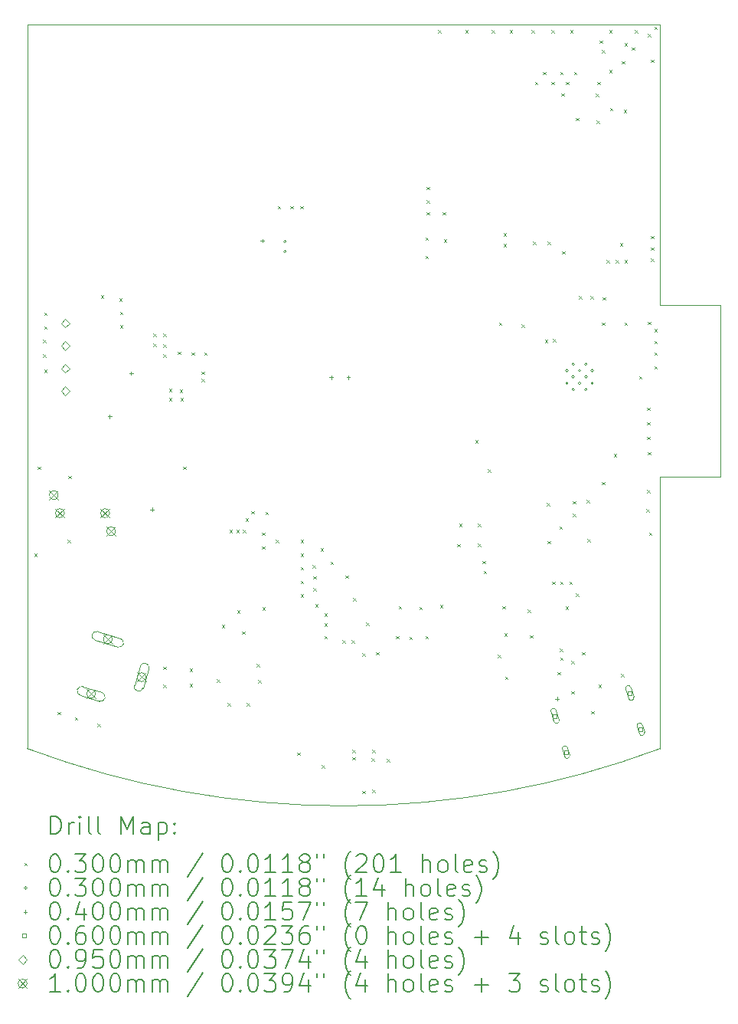
<source format=gbr>
%TF.GenerationSoftware,KiCad,Pcbnew,9.0.2*%
%TF.CreationDate,2025-09-19T20:00:31+02:00*%
%TF.ProjectId,LumiCtrl,4c756d69-4374-4726-9c2e-6b696361645f,rev?*%
%TF.SameCoordinates,Original*%
%TF.FileFunction,Drillmap*%
%TF.FilePolarity,Positive*%
%FSLAX45Y45*%
G04 Gerber Fmt 4.5, Leading zero omitted, Abs format (unit mm)*
G04 Created by KiCad (PCBNEW 9.0.2) date 2025-09-19 20:00:31*
%MOMM*%
%LPD*%
G01*
G04 APERTURE LIST*
%ADD10C,0.050000*%
%ADD11C,0.200000*%
%ADD12C,0.100000*%
G04 APERTURE END LIST*
D10*
X19000000Y-13000000D02*
X19000000Y-10000000D01*
X12000000Y-5000000D02*
X19000000Y-5000000D01*
X19000000Y-10000000D02*
X19667000Y-10000000D01*
X19000000Y-8100000D02*
X19667000Y-8100000D01*
X12000000Y-13000000D02*
X12000000Y-5000000D01*
X19667000Y-8100000D02*
X19667000Y-10000000D01*
X19000000Y-8100000D02*
X19000000Y-5000000D01*
X19000000Y-13000000D02*
G75*
G02*
X12000000Y-13000000I-3500000J9360000D01*
G01*
D11*
D12*
X12075000Y-10845000D02*
X12105000Y-10875000D01*
X12105000Y-10845000D02*
X12075000Y-10875000D01*
X12115000Y-9885000D02*
X12145000Y-9915000D01*
X12145000Y-9885000D02*
X12115000Y-9915000D01*
X12175000Y-8485000D02*
X12205000Y-8515000D01*
X12205000Y-8485000D02*
X12175000Y-8515000D01*
X12175000Y-8645000D02*
X12205000Y-8675000D01*
X12205000Y-8645000D02*
X12175000Y-8675000D01*
X12185000Y-8185000D02*
X12215000Y-8215000D01*
X12215000Y-8185000D02*
X12185000Y-8215000D01*
X12185000Y-8335000D02*
X12215000Y-8365000D01*
X12215000Y-8335000D02*
X12185000Y-8365000D01*
X12185000Y-8815000D02*
X12215000Y-8845000D01*
X12215000Y-8815000D02*
X12185000Y-8845000D01*
X12335000Y-12595000D02*
X12365000Y-12625000D01*
X12365000Y-12595000D02*
X12335000Y-12625000D01*
X12445000Y-10695000D02*
X12475000Y-10725000D01*
X12475000Y-10695000D02*
X12445000Y-10725000D01*
X12455000Y-9985000D02*
X12485000Y-10015000D01*
X12485000Y-9985000D02*
X12455000Y-10015000D01*
X12525000Y-12655000D02*
X12555000Y-12685000D01*
X12555000Y-12655000D02*
X12525000Y-12685000D01*
X12775000Y-12725000D02*
X12805000Y-12755000D01*
X12805000Y-12725000D02*
X12775000Y-12755000D01*
X12815000Y-7995000D02*
X12845000Y-8025000D01*
X12845000Y-7995000D02*
X12815000Y-8025000D01*
X13015000Y-8025000D02*
X13045000Y-8055000D01*
X13045000Y-8025000D02*
X13015000Y-8055000D01*
X13025000Y-8175000D02*
X13055000Y-8205000D01*
X13055000Y-8175000D02*
X13025000Y-8205000D01*
X13025000Y-8325000D02*
X13055000Y-8355000D01*
X13055000Y-8325000D02*
X13025000Y-8355000D01*
X13395000Y-8415000D02*
X13425000Y-8445000D01*
X13425000Y-8415000D02*
X13395000Y-8445000D01*
X13395000Y-8525000D02*
X13425000Y-8555000D01*
X13425000Y-8525000D02*
X13395000Y-8555000D01*
X13505000Y-8415000D02*
X13535000Y-8445000D01*
X13535000Y-8415000D02*
X13505000Y-8445000D01*
X13505000Y-8535000D02*
X13535000Y-8565000D01*
X13535000Y-8535000D02*
X13505000Y-8565000D01*
X13505000Y-8645000D02*
X13535000Y-8675000D01*
X13535000Y-8645000D02*
X13505000Y-8675000D01*
X13505000Y-12095000D02*
X13535000Y-12125000D01*
X13535000Y-12095000D02*
X13505000Y-12125000D01*
X13505000Y-12295000D02*
X13535000Y-12325000D01*
X13535000Y-12295000D02*
X13505000Y-12325000D01*
X13565000Y-9025000D02*
X13595000Y-9055000D01*
X13595000Y-9025000D02*
X13565000Y-9055000D01*
X13565000Y-9125000D02*
X13595000Y-9155000D01*
X13595000Y-9125000D02*
X13565000Y-9155000D01*
X13665000Y-8615000D02*
X13695000Y-8645000D01*
X13695000Y-8615000D02*
X13665000Y-8645000D01*
X13685000Y-9035000D02*
X13715000Y-9065000D01*
X13715000Y-9035000D02*
X13685000Y-9065000D01*
X13695000Y-9125000D02*
X13725000Y-9155000D01*
X13725000Y-9125000D02*
X13695000Y-9155000D01*
X13725000Y-9885000D02*
X13755000Y-9915000D01*
X13755000Y-9885000D02*
X13725000Y-9915000D01*
X13795000Y-12115000D02*
X13825000Y-12145000D01*
X13825000Y-12115000D02*
X13795000Y-12145000D01*
X13795000Y-12285000D02*
X13825000Y-12315000D01*
X13825000Y-12285000D02*
X13795000Y-12315000D01*
X13815000Y-8625000D02*
X13845000Y-8655000D01*
X13845000Y-8625000D02*
X13815000Y-8655000D01*
X13925000Y-8835000D02*
X13955000Y-8865000D01*
X13955000Y-8835000D02*
X13925000Y-8865000D01*
X13925000Y-8915000D02*
X13955000Y-8945000D01*
X13955000Y-8915000D02*
X13925000Y-8945000D01*
X13955000Y-8625000D02*
X13985000Y-8655000D01*
X13985000Y-8625000D02*
X13955000Y-8655000D01*
X14095000Y-12235000D02*
X14125000Y-12265000D01*
X14125000Y-12235000D02*
X14095000Y-12265000D01*
X14150000Y-11632500D02*
X14180000Y-11662500D01*
X14180000Y-11632500D02*
X14150000Y-11662500D01*
X14215000Y-12495000D02*
X14245000Y-12525000D01*
X14245000Y-12495000D02*
X14215000Y-12525000D01*
X14234999Y-10585000D02*
X14264999Y-10615000D01*
X14264999Y-10585000D02*
X14234999Y-10615000D01*
X14310000Y-10585000D02*
X14340000Y-10615000D01*
X14340000Y-10585000D02*
X14310000Y-10615000D01*
X14320308Y-11473245D02*
X14350308Y-11503245D01*
X14350308Y-11473245D02*
X14320308Y-11503245D01*
X14375000Y-11705000D02*
X14405000Y-11735000D01*
X14405000Y-11705000D02*
X14375000Y-11735000D01*
X14385000Y-10585000D02*
X14415000Y-10615000D01*
X14415000Y-10585000D02*
X14385000Y-10615000D01*
X14415000Y-10455000D02*
X14445000Y-10485000D01*
X14445000Y-10455000D02*
X14415000Y-10485000D01*
X14425000Y-12495000D02*
X14455000Y-12525000D01*
X14455000Y-12495000D02*
X14425000Y-12525000D01*
X14475000Y-10375000D02*
X14505000Y-10405000D01*
X14505000Y-10375000D02*
X14475000Y-10405000D01*
X14535000Y-12065000D02*
X14565000Y-12095000D01*
X14565000Y-12065000D02*
X14535000Y-12095000D01*
X14555000Y-12245000D02*
X14585000Y-12275000D01*
X14585000Y-12245000D02*
X14555000Y-12275000D01*
X14595000Y-10615000D02*
X14625000Y-10645000D01*
X14625000Y-10615000D02*
X14595000Y-10645000D01*
X14595000Y-10765000D02*
X14625000Y-10795000D01*
X14625000Y-10765000D02*
X14595000Y-10795000D01*
X14600000Y-11440000D02*
X14630000Y-11470000D01*
X14630000Y-11440000D02*
X14600000Y-11470000D01*
X14635000Y-10385000D02*
X14665000Y-10415000D01*
X14665000Y-10385000D02*
X14635000Y-10415000D01*
X14749809Y-10694516D02*
X14779809Y-10724516D01*
X14779809Y-10694516D02*
X14749809Y-10724516D01*
X14770000Y-7005000D02*
X14800000Y-7035000D01*
X14800000Y-7005000D02*
X14770000Y-7035000D01*
X14910000Y-7005000D02*
X14940000Y-7035000D01*
X14940000Y-7005000D02*
X14910000Y-7035000D01*
X14985000Y-13045000D02*
X15015000Y-13075000D01*
X15015000Y-13045000D02*
X14985000Y-13075000D01*
X15020000Y-7005000D02*
X15050000Y-7035000D01*
X15050000Y-7005000D02*
X15020000Y-7035000D01*
X15025000Y-10695000D02*
X15055000Y-10725000D01*
X15055000Y-10695000D02*
X15025000Y-10725000D01*
X15025000Y-10845000D02*
X15055000Y-10875000D01*
X15055000Y-10845000D02*
X15025000Y-10875000D01*
X15025000Y-10995000D02*
X15055000Y-11025000D01*
X15055000Y-10995000D02*
X15025000Y-11025000D01*
X15025000Y-11145000D02*
X15055000Y-11175000D01*
X15055000Y-11145000D02*
X15025000Y-11175000D01*
X15025000Y-11295000D02*
X15055000Y-11325000D01*
X15055000Y-11295000D02*
X15025000Y-11325000D01*
X15155000Y-10975000D02*
X15185000Y-11005000D01*
X15185000Y-10975000D02*
X15155000Y-11005000D01*
X15165000Y-11095000D02*
X15195000Y-11125000D01*
X15195000Y-11095000D02*
X15165000Y-11125000D01*
X15165000Y-11225000D02*
X15195000Y-11255000D01*
X15195000Y-11225000D02*
X15165000Y-11255000D01*
X15185000Y-11405000D02*
X15215000Y-11435000D01*
X15215000Y-11405000D02*
X15185000Y-11435000D01*
X15245000Y-10785000D02*
X15275000Y-10815000D01*
X15275000Y-10785000D02*
X15245000Y-10815000D01*
X15255000Y-13185000D02*
X15285000Y-13215000D01*
X15285000Y-13185000D02*
X15255000Y-13215000D01*
X15285000Y-11505000D02*
X15315000Y-11535000D01*
X15315000Y-11505000D02*
X15285000Y-11535000D01*
X15285000Y-11615000D02*
X15315000Y-11645000D01*
X15315000Y-11615000D02*
X15285000Y-11645000D01*
X15285000Y-11755000D02*
X15315000Y-11785000D01*
X15315000Y-11755000D02*
X15285000Y-11785000D01*
X15355000Y-10935000D02*
X15385000Y-10965000D01*
X15385000Y-10935000D02*
X15355000Y-10965000D01*
X15485000Y-11805000D02*
X15515000Y-11835000D01*
X15515000Y-11805000D02*
X15485000Y-11835000D01*
X15517286Y-11089092D02*
X15547286Y-11119092D01*
X15547286Y-11089092D02*
X15517286Y-11119092D01*
X15585000Y-11805000D02*
X15615000Y-11835000D01*
X15615000Y-11805000D02*
X15585000Y-11835000D01*
X15595000Y-13015000D02*
X15625000Y-13045000D01*
X15625000Y-13015000D02*
X15595000Y-13045000D01*
X15595000Y-13095000D02*
X15625000Y-13125000D01*
X15625000Y-13095000D02*
X15595000Y-13125000D01*
X15605000Y-11335000D02*
X15635000Y-11365000D01*
X15635000Y-11335000D02*
X15605000Y-11365000D01*
X15705000Y-11945000D02*
X15735000Y-11975000D01*
X15735000Y-11945000D02*
X15705000Y-11975000D01*
X15705000Y-13465000D02*
X15735000Y-13495000D01*
X15735000Y-13465000D02*
X15705000Y-13495000D01*
X15744971Y-11607266D02*
X15774971Y-11637266D01*
X15774971Y-11607266D02*
X15744971Y-11637266D01*
X15805000Y-13105000D02*
X15835000Y-13135000D01*
X15835000Y-13105000D02*
X15805000Y-13135000D01*
X15815000Y-13015000D02*
X15845000Y-13045000D01*
X15845000Y-13015000D02*
X15815000Y-13045000D01*
X15815000Y-13455000D02*
X15845000Y-13485000D01*
X15845000Y-13455000D02*
X15815000Y-13485000D01*
X15855000Y-11935000D02*
X15885000Y-11965000D01*
X15885000Y-11935000D02*
X15855000Y-11965000D01*
X15975000Y-13115000D02*
X16005000Y-13145000D01*
X16005000Y-13115000D02*
X15975000Y-13145000D01*
X16075000Y-11755000D02*
X16105000Y-11785000D01*
X16105000Y-11755000D02*
X16075000Y-11785000D01*
X16105000Y-11425000D02*
X16135000Y-11455000D01*
X16135000Y-11425000D02*
X16105000Y-11455000D01*
X16225000Y-11765000D02*
X16255000Y-11795000D01*
X16255000Y-11765000D02*
X16225000Y-11795000D01*
X16335000Y-11435000D02*
X16365000Y-11465000D01*
X16365000Y-11435000D02*
X16335000Y-11465000D01*
X16405000Y-7355000D02*
X16435000Y-7385000D01*
X16435000Y-7355000D02*
X16405000Y-7385000D01*
X16405000Y-7555000D02*
X16435000Y-7585000D01*
X16435000Y-7555000D02*
X16405000Y-7585000D01*
X16405000Y-11755000D02*
X16435000Y-11785000D01*
X16435000Y-11755000D02*
X16405000Y-11785000D01*
X16415000Y-6795000D02*
X16445000Y-6825000D01*
X16445000Y-6795000D02*
X16415000Y-6825000D01*
X16415000Y-6945000D02*
X16445000Y-6975000D01*
X16445000Y-6945000D02*
X16415000Y-6975000D01*
X16415000Y-7075000D02*
X16445000Y-7105000D01*
X16445000Y-7075000D02*
X16415000Y-7105000D01*
X16545000Y-5065000D02*
X16575000Y-5095000D01*
X16575000Y-5065000D02*
X16545000Y-5095000D01*
X16565000Y-11415000D02*
X16595000Y-11445000D01*
X16595000Y-11415000D02*
X16565000Y-11445000D01*
X16595000Y-7075000D02*
X16625000Y-7105000D01*
X16625000Y-7075000D02*
X16595000Y-7105000D01*
X16605000Y-7375000D02*
X16635000Y-7405000D01*
X16635000Y-7375000D02*
X16605000Y-7405000D01*
X16755000Y-10738356D02*
X16785000Y-10768356D01*
X16785000Y-10738356D02*
X16755000Y-10768356D01*
X16775000Y-10515000D02*
X16805000Y-10545000D01*
X16805000Y-10515000D02*
X16775000Y-10545000D01*
X16845000Y-5065000D02*
X16875000Y-5095000D01*
X16875000Y-5065000D02*
X16845000Y-5095000D01*
X16955000Y-9595000D02*
X16985000Y-9625000D01*
X16985000Y-9595000D02*
X16955000Y-9625000D01*
X16985000Y-10515000D02*
X17015000Y-10545000D01*
X17015000Y-10515000D02*
X16985000Y-10545000D01*
X16985000Y-10735000D02*
X17015000Y-10765000D01*
X17015000Y-10735000D02*
X16985000Y-10765000D01*
X17035000Y-10925000D02*
X17065000Y-10955000D01*
X17065000Y-10925000D02*
X17035000Y-10955000D01*
X17045000Y-11035000D02*
X17075000Y-11065000D01*
X17075000Y-11035000D02*
X17045000Y-11065000D01*
X17095000Y-9915000D02*
X17125000Y-9945000D01*
X17125000Y-9915000D02*
X17095000Y-9945000D01*
X17135000Y-5065000D02*
X17165000Y-5095000D01*
X17165000Y-5065000D02*
X17135000Y-5095000D01*
X17205000Y-11965000D02*
X17235000Y-11995000D01*
X17235000Y-11965000D02*
X17205000Y-11995000D01*
X17215000Y-8295000D02*
X17245000Y-8325000D01*
X17245000Y-8295000D02*
X17215000Y-8325000D01*
X17255000Y-11425000D02*
X17285000Y-11455000D01*
X17285000Y-11425000D02*
X17255000Y-11455000D01*
X17265000Y-7305000D02*
X17295000Y-7335000D01*
X17295000Y-7305000D02*
X17265000Y-7335000D01*
X17265000Y-7425000D02*
X17295000Y-7455000D01*
X17295000Y-7425000D02*
X17265000Y-7455000D01*
X17275000Y-11728750D02*
X17305000Y-11758750D01*
X17305000Y-11728750D02*
X17275000Y-11758750D01*
X17285000Y-12205000D02*
X17315000Y-12235000D01*
X17315000Y-12205000D02*
X17285000Y-12235000D01*
X17335000Y-5065000D02*
X17365000Y-5095000D01*
X17365000Y-5065000D02*
X17335000Y-5095000D01*
X17465000Y-8315000D02*
X17495000Y-8345000D01*
X17495000Y-8315000D02*
X17465000Y-8345000D01*
X17535000Y-11465000D02*
X17565000Y-11495000D01*
X17565000Y-11465000D02*
X17535000Y-11495000D01*
X17560625Y-11749375D02*
X17590625Y-11779375D01*
X17590625Y-11749375D02*
X17560625Y-11779375D01*
X17575000Y-5065000D02*
X17605000Y-5095000D01*
X17605000Y-5065000D02*
X17575000Y-5095000D01*
X17592000Y-7401250D02*
X17622000Y-7431250D01*
X17622000Y-7401250D02*
X17592000Y-7431250D01*
X17615000Y-5635000D02*
X17645000Y-5665000D01*
X17645000Y-5635000D02*
X17615000Y-5665000D01*
X17705000Y-5525000D02*
X17735000Y-5555000D01*
X17735000Y-5525000D02*
X17705000Y-5555000D01*
X17725000Y-8485000D02*
X17755000Y-8515000D01*
X17755000Y-8485000D02*
X17725000Y-8515000D01*
X17745000Y-10285000D02*
X17775000Y-10315000D01*
X17775000Y-10285000D02*
X17745000Y-10315000D01*
X17752000Y-7401250D02*
X17782000Y-7431250D01*
X17782000Y-7401250D02*
X17752000Y-7431250D01*
X17755000Y-10705000D02*
X17785000Y-10735000D01*
X17785000Y-10705000D02*
X17755000Y-10735000D01*
X17795000Y-5065000D02*
X17825000Y-5095000D01*
X17825000Y-5065000D02*
X17795000Y-5095000D01*
X17795000Y-5635000D02*
X17825000Y-5665000D01*
X17825000Y-5635000D02*
X17795000Y-5665000D01*
X17805000Y-11155000D02*
X17835000Y-11185000D01*
X17835000Y-11155000D02*
X17805000Y-11185000D01*
X17815000Y-8475000D02*
X17845000Y-8505000D01*
X17845000Y-8475000D02*
X17815000Y-8505000D01*
X17865000Y-12155000D02*
X17895000Y-12185000D01*
X17895000Y-12155000D02*
X17865000Y-12185000D01*
X17885000Y-10545000D02*
X17915000Y-10575000D01*
X17915000Y-10545000D02*
X17885000Y-10575000D01*
X17890000Y-11895000D02*
X17920000Y-11925000D01*
X17920000Y-11895000D02*
X17890000Y-11925000D01*
X17895000Y-5525000D02*
X17925000Y-5555000D01*
X17925000Y-5525000D02*
X17895000Y-5555000D01*
X17895000Y-11155000D02*
X17925000Y-11185000D01*
X17925000Y-11155000D02*
X17895000Y-11185000D01*
X17895000Y-11995000D02*
X17925000Y-12025000D01*
X17925000Y-11995000D02*
X17895000Y-12025000D01*
X17908148Y-5763565D02*
X17938148Y-5793565D01*
X17938148Y-5763565D02*
X17908148Y-5793565D01*
X17915000Y-7505000D02*
X17945000Y-7535000D01*
X17945000Y-7505000D02*
X17915000Y-7535000D01*
X17953571Y-11430601D02*
X17983571Y-11460601D01*
X17983571Y-11430601D02*
X17953571Y-11460601D01*
X17955000Y-5635000D02*
X17985000Y-5665000D01*
X17985000Y-5635000D02*
X17955000Y-5665000D01*
X17995000Y-11155000D02*
X18025000Y-11185000D01*
X18025000Y-11155000D02*
X17995000Y-11185000D01*
X18005000Y-5065000D02*
X18035000Y-5095000D01*
X18035000Y-5065000D02*
X18005000Y-5095000D01*
X18015000Y-12030000D02*
X18045000Y-12060000D01*
X18045000Y-12030000D02*
X18015000Y-12060000D01*
X18015000Y-12365000D02*
X18045000Y-12395000D01*
X18045000Y-12365000D02*
X18015000Y-12395000D01*
X18035000Y-10265000D02*
X18065000Y-10295000D01*
X18065000Y-10265000D02*
X18035000Y-10295000D01*
X18035000Y-10405000D02*
X18065000Y-10435000D01*
X18065000Y-10405000D02*
X18035000Y-10435000D01*
X18045000Y-5525000D02*
X18075000Y-5555000D01*
X18075000Y-5525000D02*
X18045000Y-5555000D01*
X18065000Y-6032500D02*
X18095000Y-6062500D01*
X18095000Y-6032500D02*
X18065000Y-6062500D01*
X18065000Y-11285000D02*
X18095000Y-11315000D01*
X18095000Y-11285000D02*
X18065000Y-11315000D01*
X18102001Y-8001357D02*
X18132001Y-8031357D01*
X18132001Y-8001357D02*
X18102001Y-8031357D01*
X18135000Y-11935000D02*
X18165000Y-11965000D01*
X18165000Y-11935000D02*
X18135000Y-11965000D01*
X18185000Y-10255000D02*
X18215000Y-10285000D01*
X18215000Y-10255000D02*
X18185000Y-10285000D01*
X18195000Y-10685000D02*
X18225000Y-10715000D01*
X18225000Y-10685000D02*
X18195000Y-10715000D01*
X18229500Y-8001357D02*
X18259500Y-8031357D01*
X18259500Y-8001357D02*
X18229500Y-8031357D01*
X18235000Y-12585000D02*
X18265000Y-12615000D01*
X18265000Y-12585000D02*
X18235000Y-12615000D01*
X18285000Y-5765000D02*
X18315000Y-5795000D01*
X18315000Y-5765000D02*
X18285000Y-5795000D01*
X18295000Y-6062500D02*
X18325000Y-6092500D01*
X18325000Y-6062500D02*
X18295000Y-6092500D01*
X18302810Y-5633256D02*
X18332810Y-5663256D01*
X18332810Y-5633256D02*
X18302810Y-5663256D01*
X18315000Y-12295000D02*
X18345000Y-12325000D01*
X18345000Y-12295000D02*
X18315000Y-12325000D01*
X18327611Y-5178456D02*
X18357611Y-5208456D01*
X18357611Y-5178456D02*
X18327611Y-5208456D01*
X18355000Y-5285000D02*
X18385000Y-5315000D01*
X18385000Y-5285000D02*
X18355000Y-5315000D01*
X18355000Y-8295000D02*
X18385000Y-8325000D01*
X18385000Y-8295000D02*
X18355000Y-8325000D01*
X18355000Y-10055000D02*
X18385000Y-10085000D01*
X18385000Y-10055000D02*
X18355000Y-10085000D01*
X18365000Y-8015000D02*
X18395000Y-8045000D01*
X18395000Y-8015000D02*
X18365000Y-8045000D01*
X18405000Y-7605000D02*
X18435000Y-7635000D01*
X18435000Y-7605000D02*
X18405000Y-7635000D01*
X18435000Y-5065000D02*
X18465000Y-5095000D01*
X18465000Y-5065000D02*
X18435000Y-5095000D01*
X18435000Y-5505000D02*
X18465000Y-5535000D01*
X18465000Y-5505000D02*
X18435000Y-5535000D01*
X18445000Y-5922500D02*
X18475000Y-5952500D01*
X18475000Y-5922500D02*
X18445000Y-5952500D01*
X18485000Y-9745000D02*
X18515000Y-9775000D01*
X18515000Y-9745000D02*
X18485000Y-9775000D01*
X18505000Y-7605000D02*
X18535000Y-7635000D01*
X18535000Y-7605000D02*
X18505000Y-7635000D01*
X18555000Y-7415000D02*
X18585000Y-7445000D01*
X18585000Y-7415000D02*
X18555000Y-7445000D01*
X18565000Y-12175000D02*
X18595000Y-12205000D01*
X18595000Y-12175000D02*
X18565000Y-12205000D01*
X18575000Y-5405000D02*
X18605000Y-5435000D01*
X18605000Y-5405000D02*
X18575000Y-5435000D01*
X18595000Y-5942500D02*
X18625000Y-5972500D01*
X18625000Y-5942500D02*
X18595000Y-5972500D01*
X18605000Y-5205000D02*
X18635000Y-5235000D01*
X18635000Y-5205000D02*
X18605000Y-5235000D01*
X18605000Y-7605000D02*
X18635000Y-7635000D01*
X18635000Y-7605000D02*
X18605000Y-7635000D01*
X18605000Y-8295000D02*
X18635000Y-8325000D01*
X18635000Y-8295000D02*
X18605000Y-8325000D01*
X18685000Y-5255000D02*
X18715000Y-5285000D01*
X18715000Y-5255000D02*
X18685000Y-5285000D01*
X18717500Y-5065000D02*
X18747500Y-5095000D01*
X18747500Y-5065000D02*
X18717500Y-5095000D01*
X18765000Y-8885000D02*
X18795000Y-8915000D01*
X18795000Y-8885000D02*
X18765000Y-8915000D01*
X18845000Y-10355000D02*
X18875000Y-10385000D01*
X18875000Y-10355000D02*
X18845000Y-10385000D01*
X18855000Y-9235000D02*
X18885000Y-9265000D01*
X18885000Y-9235000D02*
X18855000Y-9265000D01*
X18855000Y-9395000D02*
X18885000Y-9425000D01*
X18885000Y-9395000D02*
X18855000Y-9425000D01*
X18855000Y-9555000D02*
X18885000Y-9585000D01*
X18885000Y-9555000D02*
X18855000Y-9585000D01*
X18855000Y-10145000D02*
X18885000Y-10175000D01*
X18885000Y-10145000D02*
X18855000Y-10175000D01*
X18865000Y-5105000D02*
X18895000Y-5135000D01*
X18895000Y-5105000D02*
X18865000Y-5135000D01*
X18865000Y-8285000D02*
X18895000Y-8315000D01*
X18895000Y-8285000D02*
X18865000Y-8315000D01*
X18865000Y-9725000D02*
X18895000Y-9755000D01*
X18895000Y-9725000D02*
X18865000Y-9755000D01*
X18875000Y-10615000D02*
X18905000Y-10645000D01*
X18905000Y-10615000D02*
X18875000Y-10645000D01*
X18895000Y-5387500D02*
X18925000Y-5417500D01*
X18925000Y-5387500D02*
X18895000Y-5417500D01*
X18895000Y-7335000D02*
X18925000Y-7365000D01*
X18925000Y-7335000D02*
X18895000Y-7365000D01*
X18895000Y-7465000D02*
X18925000Y-7495000D01*
X18925000Y-7465000D02*
X18895000Y-7495000D01*
X18895000Y-7585000D02*
X18925000Y-7615000D01*
X18925000Y-7585000D02*
X18895000Y-7615000D01*
X18935000Y-5025000D02*
X18965000Y-5055000D01*
X18965000Y-5025000D02*
X18935000Y-5055000D01*
X18935000Y-8365000D02*
X18965000Y-8395000D01*
X18965000Y-8365000D02*
X18935000Y-8395000D01*
X18935000Y-8495000D02*
X18965000Y-8525000D01*
X18965000Y-8495000D02*
X18935000Y-8525000D01*
X18935000Y-8625000D02*
X18965000Y-8655000D01*
X18965000Y-8625000D02*
X18935000Y-8655000D01*
X18935000Y-8775000D02*
X18965000Y-8805000D01*
X18965000Y-8775000D02*
X18935000Y-8805000D01*
X14865000Y-7400000D02*
G75*
G02*
X14835000Y-7400000I-15000J0D01*
G01*
X14835000Y-7400000D02*
G75*
G02*
X14865000Y-7400000I15000J0D01*
G01*
X14865000Y-7510000D02*
G75*
G02*
X14835000Y-7510000I-15000J0D01*
G01*
X14835000Y-7510000D02*
G75*
G02*
X14865000Y-7510000I15000J0D01*
G01*
X17982000Y-8825000D02*
G75*
G02*
X17952000Y-8825000I-15000J0D01*
G01*
X17952000Y-8825000D02*
G75*
G02*
X17982000Y-8825000I15000J0D01*
G01*
X17982000Y-8965000D02*
G75*
G02*
X17952000Y-8965000I-15000J0D01*
G01*
X17952000Y-8965000D02*
G75*
G02*
X17982000Y-8965000I15000J0D01*
G01*
X18052000Y-8755000D02*
G75*
G02*
X18022000Y-8755000I-15000J0D01*
G01*
X18022000Y-8755000D02*
G75*
G02*
X18052000Y-8755000I15000J0D01*
G01*
X18052000Y-8892500D02*
G75*
G02*
X18022000Y-8892500I-15000J0D01*
G01*
X18022000Y-8892500D02*
G75*
G02*
X18052000Y-8892500I15000J0D01*
G01*
X18052000Y-9035000D02*
G75*
G02*
X18022000Y-9035000I-15000J0D01*
G01*
X18022000Y-9035000D02*
G75*
G02*
X18052000Y-9035000I15000J0D01*
G01*
X18122000Y-8825000D02*
G75*
G02*
X18092000Y-8825000I-15000J0D01*
G01*
X18092000Y-8825000D02*
G75*
G02*
X18122000Y-8825000I15000J0D01*
G01*
X18122000Y-8965000D02*
G75*
G02*
X18092000Y-8965000I-15000J0D01*
G01*
X18092000Y-8965000D02*
G75*
G02*
X18122000Y-8965000I15000J0D01*
G01*
X18192000Y-8755000D02*
G75*
G02*
X18162000Y-8755000I-15000J0D01*
G01*
X18162000Y-8755000D02*
G75*
G02*
X18192000Y-8755000I15000J0D01*
G01*
X18192000Y-8892500D02*
G75*
G02*
X18162000Y-8892500I-15000J0D01*
G01*
X18162000Y-8892500D02*
G75*
G02*
X18192000Y-8892500I15000J0D01*
G01*
X18192000Y-9035000D02*
G75*
G02*
X18162000Y-9035000I-15000J0D01*
G01*
X18162000Y-9035000D02*
G75*
G02*
X18192000Y-9035000I15000J0D01*
G01*
X18262000Y-8825000D02*
G75*
G02*
X18232000Y-8825000I-15000J0D01*
G01*
X18232000Y-8825000D02*
G75*
G02*
X18262000Y-8825000I15000J0D01*
G01*
X18262000Y-8965000D02*
G75*
G02*
X18232000Y-8965000I-15000J0D01*
G01*
X18232000Y-8965000D02*
G75*
G02*
X18262000Y-8965000I15000J0D01*
G01*
X12910000Y-9310000D02*
X12910000Y-9350000D01*
X12890000Y-9330000D02*
X12930000Y-9330000D01*
X13150000Y-8835000D02*
X13150000Y-8875000D01*
X13130000Y-8855000D02*
X13170000Y-8855000D01*
X13380000Y-10340000D02*
X13380000Y-10380000D01*
X13360000Y-10360000D02*
X13400000Y-10360000D01*
X14600000Y-7370000D02*
X14600000Y-7410000D01*
X14580000Y-7390000D02*
X14620000Y-7390000D01*
X15360000Y-8880000D02*
X15360000Y-8920000D01*
X15340000Y-8900000D02*
X15380000Y-8900000D01*
X15550000Y-8880000D02*
X15550000Y-8920000D01*
X15530000Y-8900000D02*
X15570000Y-8900000D01*
X17860000Y-12430000D02*
X17860000Y-12470000D01*
X17840000Y-12450000D02*
X17880000Y-12450000D01*
X17857308Y-12660585D02*
X17857308Y-12618158D01*
X17814882Y-12618158D01*
X17814882Y-12660585D01*
X17857308Y-12660585D01*
X17791325Y-12595546D02*
X17823486Y-12700740D01*
X17880864Y-12683197D02*
G75*
G02*
X17823486Y-12700740I-28689J-8771D01*
G01*
X17880865Y-12683197D02*
X17848704Y-12578004D01*
X17848704Y-12578004D02*
G75*
G03*
X17791325Y-12595546I-28689J-8771D01*
G01*
X17979520Y-13060321D02*
X17979520Y-13017894D01*
X17937093Y-13017894D01*
X17937093Y-13060321D01*
X17979520Y-13060321D01*
X17917922Y-13009626D02*
X17941312Y-13086131D01*
X17998690Y-13068588D02*
G75*
G02*
X17941312Y-13086131I-28689J-8771D01*
G01*
X17998690Y-13068588D02*
X17975301Y-12992084D01*
X17975301Y-12992084D02*
G75*
G03*
X17917922Y-13009626I-28689J-8771D01*
G01*
X18683556Y-12407976D02*
X18683556Y-12365549D01*
X18641129Y-12365549D01*
X18641129Y-12407976D01*
X18683556Y-12407976D01*
X18617573Y-12342937D02*
X18649734Y-12448131D01*
X18707112Y-12430588D02*
G75*
G02*
X18649734Y-12448131I-28689J-8771D01*
G01*
X18707112Y-12430588D02*
X18674951Y-12325395D01*
X18674951Y-12325395D02*
G75*
G03*
X18617573Y-12342937I-28689J-8771D01*
G01*
X18805767Y-12807712D02*
X18805767Y-12765285D01*
X18763340Y-12765285D01*
X18763340Y-12807712D01*
X18805767Y-12807712D01*
X18744170Y-12757017D02*
X18767559Y-12833521D01*
X18824938Y-12815979D02*
G75*
G02*
X18767559Y-12833522I-28689J-8771D01*
G01*
X18824938Y-12815979D02*
X18801548Y-12739475D01*
X18801548Y-12739475D02*
G75*
G03*
X18744170Y-12757017I-28689J-8771D01*
G01*
X12420000Y-8347500D02*
X12467500Y-8300000D01*
X12420000Y-8252500D01*
X12372500Y-8300000D01*
X12420000Y-8347500D01*
X12420000Y-8597500D02*
X12467500Y-8550000D01*
X12420000Y-8502500D01*
X12372500Y-8550000D01*
X12420000Y-8597500D01*
X12420000Y-8847500D02*
X12467500Y-8800000D01*
X12420000Y-8752500D01*
X12372500Y-8800000D01*
X12420000Y-8847500D01*
X12420000Y-9097500D02*
X12467500Y-9050000D01*
X12420000Y-9002500D01*
X12372500Y-9050000D01*
X12420000Y-9097500D01*
X12242786Y-10150000D02*
X12342786Y-10250000D01*
X12342786Y-10150000D02*
X12242786Y-10250000D01*
X12342786Y-10200000D02*
G75*
G02*
X12242786Y-10200000I-50000J0D01*
G01*
X12242786Y-10200000D02*
G75*
G02*
X12342786Y-10200000I50000J0D01*
G01*
X12310000Y-10350000D02*
X12410000Y-10450000D01*
X12410000Y-10350000D02*
X12310000Y-10450000D01*
X12410000Y-10400000D02*
G75*
G02*
X12310000Y-10400000I-50000J0D01*
G01*
X12310000Y-10400000D02*
G75*
G02*
X12410000Y-10400000I50000J0D01*
G01*
X12655615Y-12345218D02*
X12755615Y-12445218D01*
X12755615Y-12345218D02*
X12655615Y-12445218D01*
X12755615Y-12395218D02*
G75*
G02*
X12655615Y-12395218I-50000J0D01*
G01*
X12655615Y-12395218D02*
G75*
G02*
X12755615Y-12395218I50000J0D01*
G01*
X12585803Y-12410873D02*
X12796190Y-12475194D01*
X12825428Y-12379564D02*
G75*
G02*
X12796190Y-12475194I-14619J-47815D01*
G01*
X12825428Y-12379564D02*
X12615041Y-12315242D01*
X12615041Y-12315242D02*
G75*
G03*
X12585803Y-12410873I-14619J-47815D01*
G01*
X12810000Y-10350000D02*
X12910000Y-10450000D01*
X12910000Y-10350000D02*
X12810000Y-10450000D01*
X12910000Y-10400000D02*
G75*
G02*
X12810000Y-10400000I-50000J0D01*
G01*
X12810000Y-10400000D02*
G75*
G02*
X12910000Y-10400000I50000J0D01*
G01*
X12839810Y-11742746D02*
X12939810Y-11842746D01*
X12939810Y-11742746D02*
X12839810Y-11842746D01*
X12939810Y-11792746D02*
G75*
G02*
X12839810Y-11792746I-50000J0D01*
G01*
X12839810Y-11792746D02*
G75*
G02*
X12939810Y-11792746I50000J0D01*
G01*
X12750871Y-11802553D02*
X12999511Y-11878570D01*
X13028748Y-11782940D02*
G75*
G02*
X12999511Y-11878570I-14619J-47815D01*
G01*
X13028748Y-11782940D02*
X12780109Y-11706923D01*
X12780109Y-11706923D02*
G75*
G03*
X12750871Y-11802553I-14619J-47815D01*
G01*
X12877214Y-10550000D02*
X12977214Y-10650000D01*
X12977214Y-10550000D02*
X12877214Y-10650000D01*
X12977214Y-10600000D02*
G75*
G02*
X12877214Y-10600000I-50000J0D01*
G01*
X12877214Y-10600000D02*
G75*
G02*
X12977214Y-10600000I50000J0D01*
G01*
X13214048Y-12160413D02*
X13314048Y-12260413D01*
X13314048Y-12160413D02*
X13214048Y-12260413D01*
X13314048Y-12210413D02*
G75*
G02*
X13214048Y-12210413I-50000J0D01*
G01*
X13214048Y-12210413D02*
G75*
G02*
X13314048Y-12210413I50000J0D01*
G01*
X13248394Y-12090601D02*
X13184072Y-12300988D01*
X13279702Y-12330225D02*
G75*
G02*
X13184072Y-12300988I-47815J14619D01*
G01*
X13279703Y-12330225D02*
X13344024Y-12119838D01*
X13344024Y-12119838D02*
G75*
G03*
X13248394Y-12090601I-47815J14619D01*
G01*
D11*
X12258277Y-13946961D02*
X12258277Y-13746961D01*
X12258277Y-13746961D02*
X12305896Y-13746961D01*
X12305896Y-13746961D02*
X12334467Y-13756485D01*
X12334467Y-13756485D02*
X12353515Y-13775533D01*
X12353515Y-13775533D02*
X12363039Y-13794580D01*
X12363039Y-13794580D02*
X12372562Y-13832675D01*
X12372562Y-13832675D02*
X12372562Y-13861247D01*
X12372562Y-13861247D02*
X12363039Y-13899342D01*
X12363039Y-13899342D02*
X12353515Y-13918390D01*
X12353515Y-13918390D02*
X12334467Y-13937437D01*
X12334467Y-13937437D02*
X12305896Y-13946961D01*
X12305896Y-13946961D02*
X12258277Y-13946961D01*
X12458277Y-13946961D02*
X12458277Y-13813628D01*
X12458277Y-13851723D02*
X12467801Y-13832675D01*
X12467801Y-13832675D02*
X12477324Y-13823152D01*
X12477324Y-13823152D02*
X12496372Y-13813628D01*
X12496372Y-13813628D02*
X12515420Y-13813628D01*
X12582086Y-13946961D02*
X12582086Y-13813628D01*
X12582086Y-13746961D02*
X12572562Y-13756485D01*
X12572562Y-13756485D02*
X12582086Y-13766009D01*
X12582086Y-13766009D02*
X12591610Y-13756485D01*
X12591610Y-13756485D02*
X12582086Y-13746961D01*
X12582086Y-13746961D02*
X12582086Y-13766009D01*
X12705896Y-13946961D02*
X12686848Y-13937437D01*
X12686848Y-13937437D02*
X12677324Y-13918390D01*
X12677324Y-13918390D02*
X12677324Y-13746961D01*
X12810658Y-13946961D02*
X12791610Y-13937437D01*
X12791610Y-13937437D02*
X12782086Y-13918390D01*
X12782086Y-13918390D02*
X12782086Y-13746961D01*
X13039229Y-13946961D02*
X13039229Y-13746961D01*
X13039229Y-13746961D02*
X13105896Y-13889818D01*
X13105896Y-13889818D02*
X13172562Y-13746961D01*
X13172562Y-13746961D02*
X13172562Y-13946961D01*
X13353515Y-13946961D02*
X13353515Y-13842199D01*
X13353515Y-13842199D02*
X13343991Y-13823152D01*
X13343991Y-13823152D02*
X13324943Y-13813628D01*
X13324943Y-13813628D02*
X13286848Y-13813628D01*
X13286848Y-13813628D02*
X13267801Y-13823152D01*
X13353515Y-13937437D02*
X13334467Y-13946961D01*
X13334467Y-13946961D02*
X13286848Y-13946961D01*
X13286848Y-13946961D02*
X13267801Y-13937437D01*
X13267801Y-13937437D02*
X13258277Y-13918390D01*
X13258277Y-13918390D02*
X13258277Y-13899342D01*
X13258277Y-13899342D02*
X13267801Y-13880295D01*
X13267801Y-13880295D02*
X13286848Y-13870771D01*
X13286848Y-13870771D02*
X13334467Y-13870771D01*
X13334467Y-13870771D02*
X13353515Y-13861247D01*
X13448753Y-13813628D02*
X13448753Y-14013628D01*
X13448753Y-13823152D02*
X13467801Y-13813628D01*
X13467801Y-13813628D02*
X13505896Y-13813628D01*
X13505896Y-13813628D02*
X13524943Y-13823152D01*
X13524943Y-13823152D02*
X13534467Y-13832675D01*
X13534467Y-13832675D02*
X13543991Y-13851723D01*
X13543991Y-13851723D02*
X13543991Y-13908866D01*
X13543991Y-13908866D02*
X13534467Y-13927914D01*
X13534467Y-13927914D02*
X13524943Y-13937437D01*
X13524943Y-13937437D02*
X13505896Y-13946961D01*
X13505896Y-13946961D02*
X13467801Y-13946961D01*
X13467801Y-13946961D02*
X13448753Y-13937437D01*
X13629705Y-13927914D02*
X13639229Y-13937437D01*
X13639229Y-13937437D02*
X13629705Y-13946961D01*
X13629705Y-13946961D02*
X13620182Y-13937437D01*
X13620182Y-13937437D02*
X13629705Y-13927914D01*
X13629705Y-13927914D02*
X13629705Y-13946961D01*
X13629705Y-13823152D02*
X13639229Y-13832675D01*
X13639229Y-13832675D02*
X13629705Y-13842199D01*
X13629705Y-13842199D02*
X13620182Y-13832675D01*
X13620182Y-13832675D02*
X13629705Y-13823152D01*
X13629705Y-13823152D02*
X13629705Y-13842199D01*
D12*
X11967500Y-14260477D02*
X11997500Y-14290477D01*
X11997500Y-14260477D02*
X11967500Y-14290477D01*
D11*
X12296372Y-14166961D02*
X12315420Y-14166961D01*
X12315420Y-14166961D02*
X12334467Y-14176485D01*
X12334467Y-14176485D02*
X12343991Y-14186009D01*
X12343991Y-14186009D02*
X12353515Y-14205056D01*
X12353515Y-14205056D02*
X12363039Y-14243152D01*
X12363039Y-14243152D02*
X12363039Y-14290771D01*
X12363039Y-14290771D02*
X12353515Y-14328866D01*
X12353515Y-14328866D02*
X12343991Y-14347914D01*
X12343991Y-14347914D02*
X12334467Y-14357437D01*
X12334467Y-14357437D02*
X12315420Y-14366961D01*
X12315420Y-14366961D02*
X12296372Y-14366961D01*
X12296372Y-14366961D02*
X12277324Y-14357437D01*
X12277324Y-14357437D02*
X12267801Y-14347914D01*
X12267801Y-14347914D02*
X12258277Y-14328866D01*
X12258277Y-14328866D02*
X12248753Y-14290771D01*
X12248753Y-14290771D02*
X12248753Y-14243152D01*
X12248753Y-14243152D02*
X12258277Y-14205056D01*
X12258277Y-14205056D02*
X12267801Y-14186009D01*
X12267801Y-14186009D02*
X12277324Y-14176485D01*
X12277324Y-14176485D02*
X12296372Y-14166961D01*
X12448753Y-14347914D02*
X12458277Y-14357437D01*
X12458277Y-14357437D02*
X12448753Y-14366961D01*
X12448753Y-14366961D02*
X12439229Y-14357437D01*
X12439229Y-14357437D02*
X12448753Y-14347914D01*
X12448753Y-14347914D02*
X12448753Y-14366961D01*
X12524943Y-14166961D02*
X12648753Y-14166961D01*
X12648753Y-14166961D02*
X12582086Y-14243152D01*
X12582086Y-14243152D02*
X12610658Y-14243152D01*
X12610658Y-14243152D02*
X12629705Y-14252675D01*
X12629705Y-14252675D02*
X12639229Y-14262199D01*
X12639229Y-14262199D02*
X12648753Y-14281247D01*
X12648753Y-14281247D02*
X12648753Y-14328866D01*
X12648753Y-14328866D02*
X12639229Y-14347914D01*
X12639229Y-14347914D02*
X12629705Y-14357437D01*
X12629705Y-14357437D02*
X12610658Y-14366961D01*
X12610658Y-14366961D02*
X12553515Y-14366961D01*
X12553515Y-14366961D02*
X12534467Y-14357437D01*
X12534467Y-14357437D02*
X12524943Y-14347914D01*
X12772562Y-14166961D02*
X12791610Y-14166961D01*
X12791610Y-14166961D02*
X12810658Y-14176485D01*
X12810658Y-14176485D02*
X12820182Y-14186009D01*
X12820182Y-14186009D02*
X12829705Y-14205056D01*
X12829705Y-14205056D02*
X12839229Y-14243152D01*
X12839229Y-14243152D02*
X12839229Y-14290771D01*
X12839229Y-14290771D02*
X12829705Y-14328866D01*
X12829705Y-14328866D02*
X12820182Y-14347914D01*
X12820182Y-14347914D02*
X12810658Y-14357437D01*
X12810658Y-14357437D02*
X12791610Y-14366961D01*
X12791610Y-14366961D02*
X12772562Y-14366961D01*
X12772562Y-14366961D02*
X12753515Y-14357437D01*
X12753515Y-14357437D02*
X12743991Y-14347914D01*
X12743991Y-14347914D02*
X12734467Y-14328866D01*
X12734467Y-14328866D02*
X12724943Y-14290771D01*
X12724943Y-14290771D02*
X12724943Y-14243152D01*
X12724943Y-14243152D02*
X12734467Y-14205056D01*
X12734467Y-14205056D02*
X12743991Y-14186009D01*
X12743991Y-14186009D02*
X12753515Y-14176485D01*
X12753515Y-14176485D02*
X12772562Y-14166961D01*
X12963039Y-14166961D02*
X12982086Y-14166961D01*
X12982086Y-14166961D02*
X13001134Y-14176485D01*
X13001134Y-14176485D02*
X13010658Y-14186009D01*
X13010658Y-14186009D02*
X13020182Y-14205056D01*
X13020182Y-14205056D02*
X13029705Y-14243152D01*
X13029705Y-14243152D02*
X13029705Y-14290771D01*
X13029705Y-14290771D02*
X13020182Y-14328866D01*
X13020182Y-14328866D02*
X13010658Y-14347914D01*
X13010658Y-14347914D02*
X13001134Y-14357437D01*
X13001134Y-14357437D02*
X12982086Y-14366961D01*
X12982086Y-14366961D02*
X12963039Y-14366961D01*
X12963039Y-14366961D02*
X12943991Y-14357437D01*
X12943991Y-14357437D02*
X12934467Y-14347914D01*
X12934467Y-14347914D02*
X12924943Y-14328866D01*
X12924943Y-14328866D02*
X12915420Y-14290771D01*
X12915420Y-14290771D02*
X12915420Y-14243152D01*
X12915420Y-14243152D02*
X12924943Y-14205056D01*
X12924943Y-14205056D02*
X12934467Y-14186009D01*
X12934467Y-14186009D02*
X12943991Y-14176485D01*
X12943991Y-14176485D02*
X12963039Y-14166961D01*
X13115420Y-14366961D02*
X13115420Y-14233628D01*
X13115420Y-14252675D02*
X13124943Y-14243152D01*
X13124943Y-14243152D02*
X13143991Y-14233628D01*
X13143991Y-14233628D02*
X13172563Y-14233628D01*
X13172563Y-14233628D02*
X13191610Y-14243152D01*
X13191610Y-14243152D02*
X13201134Y-14262199D01*
X13201134Y-14262199D02*
X13201134Y-14366961D01*
X13201134Y-14262199D02*
X13210658Y-14243152D01*
X13210658Y-14243152D02*
X13229705Y-14233628D01*
X13229705Y-14233628D02*
X13258277Y-14233628D01*
X13258277Y-14233628D02*
X13277324Y-14243152D01*
X13277324Y-14243152D02*
X13286848Y-14262199D01*
X13286848Y-14262199D02*
X13286848Y-14366961D01*
X13382086Y-14366961D02*
X13382086Y-14233628D01*
X13382086Y-14252675D02*
X13391610Y-14243152D01*
X13391610Y-14243152D02*
X13410658Y-14233628D01*
X13410658Y-14233628D02*
X13439229Y-14233628D01*
X13439229Y-14233628D02*
X13458277Y-14243152D01*
X13458277Y-14243152D02*
X13467801Y-14262199D01*
X13467801Y-14262199D02*
X13467801Y-14366961D01*
X13467801Y-14262199D02*
X13477324Y-14243152D01*
X13477324Y-14243152D02*
X13496372Y-14233628D01*
X13496372Y-14233628D02*
X13524943Y-14233628D01*
X13524943Y-14233628D02*
X13543991Y-14243152D01*
X13543991Y-14243152D02*
X13553515Y-14262199D01*
X13553515Y-14262199D02*
X13553515Y-14366961D01*
X13943991Y-14157437D02*
X13772563Y-14414580D01*
X14201134Y-14166961D02*
X14220182Y-14166961D01*
X14220182Y-14166961D02*
X14239229Y-14176485D01*
X14239229Y-14176485D02*
X14248753Y-14186009D01*
X14248753Y-14186009D02*
X14258277Y-14205056D01*
X14258277Y-14205056D02*
X14267801Y-14243152D01*
X14267801Y-14243152D02*
X14267801Y-14290771D01*
X14267801Y-14290771D02*
X14258277Y-14328866D01*
X14258277Y-14328866D02*
X14248753Y-14347914D01*
X14248753Y-14347914D02*
X14239229Y-14357437D01*
X14239229Y-14357437D02*
X14220182Y-14366961D01*
X14220182Y-14366961D02*
X14201134Y-14366961D01*
X14201134Y-14366961D02*
X14182086Y-14357437D01*
X14182086Y-14357437D02*
X14172563Y-14347914D01*
X14172563Y-14347914D02*
X14163039Y-14328866D01*
X14163039Y-14328866D02*
X14153515Y-14290771D01*
X14153515Y-14290771D02*
X14153515Y-14243152D01*
X14153515Y-14243152D02*
X14163039Y-14205056D01*
X14163039Y-14205056D02*
X14172563Y-14186009D01*
X14172563Y-14186009D02*
X14182086Y-14176485D01*
X14182086Y-14176485D02*
X14201134Y-14166961D01*
X14353515Y-14347914D02*
X14363039Y-14357437D01*
X14363039Y-14357437D02*
X14353515Y-14366961D01*
X14353515Y-14366961D02*
X14343991Y-14357437D01*
X14343991Y-14357437D02*
X14353515Y-14347914D01*
X14353515Y-14347914D02*
X14353515Y-14366961D01*
X14486848Y-14166961D02*
X14505896Y-14166961D01*
X14505896Y-14166961D02*
X14524944Y-14176485D01*
X14524944Y-14176485D02*
X14534467Y-14186009D01*
X14534467Y-14186009D02*
X14543991Y-14205056D01*
X14543991Y-14205056D02*
X14553515Y-14243152D01*
X14553515Y-14243152D02*
X14553515Y-14290771D01*
X14553515Y-14290771D02*
X14543991Y-14328866D01*
X14543991Y-14328866D02*
X14534467Y-14347914D01*
X14534467Y-14347914D02*
X14524944Y-14357437D01*
X14524944Y-14357437D02*
X14505896Y-14366961D01*
X14505896Y-14366961D02*
X14486848Y-14366961D01*
X14486848Y-14366961D02*
X14467801Y-14357437D01*
X14467801Y-14357437D02*
X14458277Y-14347914D01*
X14458277Y-14347914D02*
X14448753Y-14328866D01*
X14448753Y-14328866D02*
X14439229Y-14290771D01*
X14439229Y-14290771D02*
X14439229Y-14243152D01*
X14439229Y-14243152D02*
X14448753Y-14205056D01*
X14448753Y-14205056D02*
X14458277Y-14186009D01*
X14458277Y-14186009D02*
X14467801Y-14176485D01*
X14467801Y-14176485D02*
X14486848Y-14166961D01*
X14743991Y-14366961D02*
X14629706Y-14366961D01*
X14686848Y-14366961D02*
X14686848Y-14166961D01*
X14686848Y-14166961D02*
X14667801Y-14195533D01*
X14667801Y-14195533D02*
X14648753Y-14214580D01*
X14648753Y-14214580D02*
X14629706Y-14224104D01*
X14934467Y-14366961D02*
X14820182Y-14366961D01*
X14877325Y-14366961D02*
X14877325Y-14166961D01*
X14877325Y-14166961D02*
X14858277Y-14195533D01*
X14858277Y-14195533D02*
X14839229Y-14214580D01*
X14839229Y-14214580D02*
X14820182Y-14224104D01*
X15048753Y-14252675D02*
X15029706Y-14243152D01*
X15029706Y-14243152D02*
X15020182Y-14233628D01*
X15020182Y-14233628D02*
X15010658Y-14214580D01*
X15010658Y-14214580D02*
X15010658Y-14205056D01*
X15010658Y-14205056D02*
X15020182Y-14186009D01*
X15020182Y-14186009D02*
X15029706Y-14176485D01*
X15029706Y-14176485D02*
X15048753Y-14166961D01*
X15048753Y-14166961D02*
X15086848Y-14166961D01*
X15086848Y-14166961D02*
X15105896Y-14176485D01*
X15105896Y-14176485D02*
X15115420Y-14186009D01*
X15115420Y-14186009D02*
X15124944Y-14205056D01*
X15124944Y-14205056D02*
X15124944Y-14214580D01*
X15124944Y-14214580D02*
X15115420Y-14233628D01*
X15115420Y-14233628D02*
X15105896Y-14243152D01*
X15105896Y-14243152D02*
X15086848Y-14252675D01*
X15086848Y-14252675D02*
X15048753Y-14252675D01*
X15048753Y-14252675D02*
X15029706Y-14262199D01*
X15029706Y-14262199D02*
X15020182Y-14271723D01*
X15020182Y-14271723D02*
X15010658Y-14290771D01*
X15010658Y-14290771D02*
X15010658Y-14328866D01*
X15010658Y-14328866D02*
X15020182Y-14347914D01*
X15020182Y-14347914D02*
X15029706Y-14357437D01*
X15029706Y-14357437D02*
X15048753Y-14366961D01*
X15048753Y-14366961D02*
X15086848Y-14366961D01*
X15086848Y-14366961D02*
X15105896Y-14357437D01*
X15105896Y-14357437D02*
X15115420Y-14347914D01*
X15115420Y-14347914D02*
X15124944Y-14328866D01*
X15124944Y-14328866D02*
X15124944Y-14290771D01*
X15124944Y-14290771D02*
X15115420Y-14271723D01*
X15115420Y-14271723D02*
X15105896Y-14262199D01*
X15105896Y-14262199D02*
X15086848Y-14252675D01*
X15201134Y-14166961D02*
X15201134Y-14205056D01*
X15277325Y-14166961D02*
X15277325Y-14205056D01*
X15572563Y-14443152D02*
X15563039Y-14433628D01*
X15563039Y-14433628D02*
X15543991Y-14405056D01*
X15543991Y-14405056D02*
X15534468Y-14386009D01*
X15534468Y-14386009D02*
X15524944Y-14357437D01*
X15524944Y-14357437D02*
X15515420Y-14309818D01*
X15515420Y-14309818D02*
X15515420Y-14271723D01*
X15515420Y-14271723D02*
X15524944Y-14224104D01*
X15524944Y-14224104D02*
X15534468Y-14195533D01*
X15534468Y-14195533D02*
X15543991Y-14176485D01*
X15543991Y-14176485D02*
X15563039Y-14147914D01*
X15563039Y-14147914D02*
X15572563Y-14138390D01*
X15639229Y-14186009D02*
X15648753Y-14176485D01*
X15648753Y-14176485D02*
X15667801Y-14166961D01*
X15667801Y-14166961D02*
X15715420Y-14166961D01*
X15715420Y-14166961D02*
X15734468Y-14176485D01*
X15734468Y-14176485D02*
X15743991Y-14186009D01*
X15743991Y-14186009D02*
X15753515Y-14205056D01*
X15753515Y-14205056D02*
X15753515Y-14224104D01*
X15753515Y-14224104D02*
X15743991Y-14252675D01*
X15743991Y-14252675D02*
X15629706Y-14366961D01*
X15629706Y-14366961D02*
X15753515Y-14366961D01*
X15877325Y-14166961D02*
X15896372Y-14166961D01*
X15896372Y-14166961D02*
X15915420Y-14176485D01*
X15915420Y-14176485D02*
X15924944Y-14186009D01*
X15924944Y-14186009D02*
X15934468Y-14205056D01*
X15934468Y-14205056D02*
X15943991Y-14243152D01*
X15943991Y-14243152D02*
X15943991Y-14290771D01*
X15943991Y-14290771D02*
X15934468Y-14328866D01*
X15934468Y-14328866D02*
X15924944Y-14347914D01*
X15924944Y-14347914D02*
X15915420Y-14357437D01*
X15915420Y-14357437D02*
X15896372Y-14366961D01*
X15896372Y-14366961D02*
X15877325Y-14366961D01*
X15877325Y-14366961D02*
X15858277Y-14357437D01*
X15858277Y-14357437D02*
X15848753Y-14347914D01*
X15848753Y-14347914D02*
X15839229Y-14328866D01*
X15839229Y-14328866D02*
X15829706Y-14290771D01*
X15829706Y-14290771D02*
X15829706Y-14243152D01*
X15829706Y-14243152D02*
X15839229Y-14205056D01*
X15839229Y-14205056D02*
X15848753Y-14186009D01*
X15848753Y-14186009D02*
X15858277Y-14176485D01*
X15858277Y-14176485D02*
X15877325Y-14166961D01*
X16134468Y-14366961D02*
X16020182Y-14366961D01*
X16077325Y-14366961D02*
X16077325Y-14166961D01*
X16077325Y-14166961D02*
X16058277Y-14195533D01*
X16058277Y-14195533D02*
X16039229Y-14214580D01*
X16039229Y-14214580D02*
X16020182Y-14224104D01*
X16372563Y-14366961D02*
X16372563Y-14166961D01*
X16458277Y-14366961D02*
X16458277Y-14262199D01*
X16458277Y-14262199D02*
X16448753Y-14243152D01*
X16448753Y-14243152D02*
X16429706Y-14233628D01*
X16429706Y-14233628D02*
X16401134Y-14233628D01*
X16401134Y-14233628D02*
X16382087Y-14243152D01*
X16382087Y-14243152D02*
X16372563Y-14252675D01*
X16582087Y-14366961D02*
X16563039Y-14357437D01*
X16563039Y-14357437D02*
X16553515Y-14347914D01*
X16553515Y-14347914D02*
X16543991Y-14328866D01*
X16543991Y-14328866D02*
X16543991Y-14271723D01*
X16543991Y-14271723D02*
X16553515Y-14252675D01*
X16553515Y-14252675D02*
X16563039Y-14243152D01*
X16563039Y-14243152D02*
X16582087Y-14233628D01*
X16582087Y-14233628D02*
X16610658Y-14233628D01*
X16610658Y-14233628D02*
X16629706Y-14243152D01*
X16629706Y-14243152D02*
X16639230Y-14252675D01*
X16639230Y-14252675D02*
X16648753Y-14271723D01*
X16648753Y-14271723D02*
X16648753Y-14328866D01*
X16648753Y-14328866D02*
X16639230Y-14347914D01*
X16639230Y-14347914D02*
X16629706Y-14357437D01*
X16629706Y-14357437D02*
X16610658Y-14366961D01*
X16610658Y-14366961D02*
X16582087Y-14366961D01*
X16763039Y-14366961D02*
X16743991Y-14357437D01*
X16743991Y-14357437D02*
X16734468Y-14338390D01*
X16734468Y-14338390D02*
X16734468Y-14166961D01*
X16915420Y-14357437D02*
X16896373Y-14366961D01*
X16896373Y-14366961D02*
X16858277Y-14366961D01*
X16858277Y-14366961D02*
X16839230Y-14357437D01*
X16839230Y-14357437D02*
X16829706Y-14338390D01*
X16829706Y-14338390D02*
X16829706Y-14262199D01*
X16829706Y-14262199D02*
X16839230Y-14243152D01*
X16839230Y-14243152D02*
X16858277Y-14233628D01*
X16858277Y-14233628D02*
X16896373Y-14233628D01*
X16896373Y-14233628D02*
X16915420Y-14243152D01*
X16915420Y-14243152D02*
X16924944Y-14262199D01*
X16924944Y-14262199D02*
X16924944Y-14281247D01*
X16924944Y-14281247D02*
X16829706Y-14300295D01*
X17001134Y-14357437D02*
X17020182Y-14366961D01*
X17020182Y-14366961D02*
X17058277Y-14366961D01*
X17058277Y-14366961D02*
X17077325Y-14357437D01*
X17077325Y-14357437D02*
X17086849Y-14338390D01*
X17086849Y-14338390D02*
X17086849Y-14328866D01*
X17086849Y-14328866D02*
X17077325Y-14309818D01*
X17077325Y-14309818D02*
X17058277Y-14300295D01*
X17058277Y-14300295D02*
X17029706Y-14300295D01*
X17029706Y-14300295D02*
X17010658Y-14290771D01*
X17010658Y-14290771D02*
X17001134Y-14271723D01*
X17001134Y-14271723D02*
X17001134Y-14262199D01*
X17001134Y-14262199D02*
X17010658Y-14243152D01*
X17010658Y-14243152D02*
X17029706Y-14233628D01*
X17029706Y-14233628D02*
X17058277Y-14233628D01*
X17058277Y-14233628D02*
X17077325Y-14243152D01*
X17153515Y-14443152D02*
X17163039Y-14433628D01*
X17163039Y-14433628D02*
X17182087Y-14405056D01*
X17182087Y-14405056D02*
X17191611Y-14386009D01*
X17191611Y-14386009D02*
X17201134Y-14357437D01*
X17201134Y-14357437D02*
X17210658Y-14309818D01*
X17210658Y-14309818D02*
X17210658Y-14271723D01*
X17210658Y-14271723D02*
X17201134Y-14224104D01*
X17201134Y-14224104D02*
X17191611Y-14195533D01*
X17191611Y-14195533D02*
X17182087Y-14176485D01*
X17182087Y-14176485D02*
X17163039Y-14147914D01*
X17163039Y-14147914D02*
X17153515Y-14138390D01*
D12*
X11997500Y-14539477D02*
G75*
G02*
X11967500Y-14539477I-15000J0D01*
G01*
X11967500Y-14539477D02*
G75*
G02*
X11997500Y-14539477I15000J0D01*
G01*
D11*
X12296372Y-14430961D02*
X12315420Y-14430961D01*
X12315420Y-14430961D02*
X12334467Y-14440485D01*
X12334467Y-14440485D02*
X12343991Y-14450009D01*
X12343991Y-14450009D02*
X12353515Y-14469056D01*
X12353515Y-14469056D02*
X12363039Y-14507152D01*
X12363039Y-14507152D02*
X12363039Y-14554771D01*
X12363039Y-14554771D02*
X12353515Y-14592866D01*
X12353515Y-14592866D02*
X12343991Y-14611914D01*
X12343991Y-14611914D02*
X12334467Y-14621437D01*
X12334467Y-14621437D02*
X12315420Y-14630961D01*
X12315420Y-14630961D02*
X12296372Y-14630961D01*
X12296372Y-14630961D02*
X12277324Y-14621437D01*
X12277324Y-14621437D02*
X12267801Y-14611914D01*
X12267801Y-14611914D02*
X12258277Y-14592866D01*
X12258277Y-14592866D02*
X12248753Y-14554771D01*
X12248753Y-14554771D02*
X12248753Y-14507152D01*
X12248753Y-14507152D02*
X12258277Y-14469056D01*
X12258277Y-14469056D02*
X12267801Y-14450009D01*
X12267801Y-14450009D02*
X12277324Y-14440485D01*
X12277324Y-14440485D02*
X12296372Y-14430961D01*
X12448753Y-14611914D02*
X12458277Y-14621437D01*
X12458277Y-14621437D02*
X12448753Y-14630961D01*
X12448753Y-14630961D02*
X12439229Y-14621437D01*
X12439229Y-14621437D02*
X12448753Y-14611914D01*
X12448753Y-14611914D02*
X12448753Y-14630961D01*
X12524943Y-14430961D02*
X12648753Y-14430961D01*
X12648753Y-14430961D02*
X12582086Y-14507152D01*
X12582086Y-14507152D02*
X12610658Y-14507152D01*
X12610658Y-14507152D02*
X12629705Y-14516675D01*
X12629705Y-14516675D02*
X12639229Y-14526199D01*
X12639229Y-14526199D02*
X12648753Y-14545247D01*
X12648753Y-14545247D02*
X12648753Y-14592866D01*
X12648753Y-14592866D02*
X12639229Y-14611914D01*
X12639229Y-14611914D02*
X12629705Y-14621437D01*
X12629705Y-14621437D02*
X12610658Y-14630961D01*
X12610658Y-14630961D02*
X12553515Y-14630961D01*
X12553515Y-14630961D02*
X12534467Y-14621437D01*
X12534467Y-14621437D02*
X12524943Y-14611914D01*
X12772562Y-14430961D02*
X12791610Y-14430961D01*
X12791610Y-14430961D02*
X12810658Y-14440485D01*
X12810658Y-14440485D02*
X12820182Y-14450009D01*
X12820182Y-14450009D02*
X12829705Y-14469056D01*
X12829705Y-14469056D02*
X12839229Y-14507152D01*
X12839229Y-14507152D02*
X12839229Y-14554771D01*
X12839229Y-14554771D02*
X12829705Y-14592866D01*
X12829705Y-14592866D02*
X12820182Y-14611914D01*
X12820182Y-14611914D02*
X12810658Y-14621437D01*
X12810658Y-14621437D02*
X12791610Y-14630961D01*
X12791610Y-14630961D02*
X12772562Y-14630961D01*
X12772562Y-14630961D02*
X12753515Y-14621437D01*
X12753515Y-14621437D02*
X12743991Y-14611914D01*
X12743991Y-14611914D02*
X12734467Y-14592866D01*
X12734467Y-14592866D02*
X12724943Y-14554771D01*
X12724943Y-14554771D02*
X12724943Y-14507152D01*
X12724943Y-14507152D02*
X12734467Y-14469056D01*
X12734467Y-14469056D02*
X12743991Y-14450009D01*
X12743991Y-14450009D02*
X12753515Y-14440485D01*
X12753515Y-14440485D02*
X12772562Y-14430961D01*
X12963039Y-14430961D02*
X12982086Y-14430961D01*
X12982086Y-14430961D02*
X13001134Y-14440485D01*
X13001134Y-14440485D02*
X13010658Y-14450009D01*
X13010658Y-14450009D02*
X13020182Y-14469056D01*
X13020182Y-14469056D02*
X13029705Y-14507152D01*
X13029705Y-14507152D02*
X13029705Y-14554771D01*
X13029705Y-14554771D02*
X13020182Y-14592866D01*
X13020182Y-14592866D02*
X13010658Y-14611914D01*
X13010658Y-14611914D02*
X13001134Y-14621437D01*
X13001134Y-14621437D02*
X12982086Y-14630961D01*
X12982086Y-14630961D02*
X12963039Y-14630961D01*
X12963039Y-14630961D02*
X12943991Y-14621437D01*
X12943991Y-14621437D02*
X12934467Y-14611914D01*
X12934467Y-14611914D02*
X12924943Y-14592866D01*
X12924943Y-14592866D02*
X12915420Y-14554771D01*
X12915420Y-14554771D02*
X12915420Y-14507152D01*
X12915420Y-14507152D02*
X12924943Y-14469056D01*
X12924943Y-14469056D02*
X12934467Y-14450009D01*
X12934467Y-14450009D02*
X12943991Y-14440485D01*
X12943991Y-14440485D02*
X12963039Y-14430961D01*
X13115420Y-14630961D02*
X13115420Y-14497628D01*
X13115420Y-14516675D02*
X13124943Y-14507152D01*
X13124943Y-14507152D02*
X13143991Y-14497628D01*
X13143991Y-14497628D02*
X13172563Y-14497628D01*
X13172563Y-14497628D02*
X13191610Y-14507152D01*
X13191610Y-14507152D02*
X13201134Y-14526199D01*
X13201134Y-14526199D02*
X13201134Y-14630961D01*
X13201134Y-14526199D02*
X13210658Y-14507152D01*
X13210658Y-14507152D02*
X13229705Y-14497628D01*
X13229705Y-14497628D02*
X13258277Y-14497628D01*
X13258277Y-14497628D02*
X13277324Y-14507152D01*
X13277324Y-14507152D02*
X13286848Y-14526199D01*
X13286848Y-14526199D02*
X13286848Y-14630961D01*
X13382086Y-14630961D02*
X13382086Y-14497628D01*
X13382086Y-14516675D02*
X13391610Y-14507152D01*
X13391610Y-14507152D02*
X13410658Y-14497628D01*
X13410658Y-14497628D02*
X13439229Y-14497628D01*
X13439229Y-14497628D02*
X13458277Y-14507152D01*
X13458277Y-14507152D02*
X13467801Y-14526199D01*
X13467801Y-14526199D02*
X13467801Y-14630961D01*
X13467801Y-14526199D02*
X13477324Y-14507152D01*
X13477324Y-14507152D02*
X13496372Y-14497628D01*
X13496372Y-14497628D02*
X13524943Y-14497628D01*
X13524943Y-14497628D02*
X13543991Y-14507152D01*
X13543991Y-14507152D02*
X13553515Y-14526199D01*
X13553515Y-14526199D02*
X13553515Y-14630961D01*
X13943991Y-14421437D02*
X13772563Y-14678580D01*
X14201134Y-14430961D02*
X14220182Y-14430961D01*
X14220182Y-14430961D02*
X14239229Y-14440485D01*
X14239229Y-14440485D02*
X14248753Y-14450009D01*
X14248753Y-14450009D02*
X14258277Y-14469056D01*
X14258277Y-14469056D02*
X14267801Y-14507152D01*
X14267801Y-14507152D02*
X14267801Y-14554771D01*
X14267801Y-14554771D02*
X14258277Y-14592866D01*
X14258277Y-14592866D02*
X14248753Y-14611914D01*
X14248753Y-14611914D02*
X14239229Y-14621437D01*
X14239229Y-14621437D02*
X14220182Y-14630961D01*
X14220182Y-14630961D02*
X14201134Y-14630961D01*
X14201134Y-14630961D02*
X14182086Y-14621437D01*
X14182086Y-14621437D02*
X14172563Y-14611914D01*
X14172563Y-14611914D02*
X14163039Y-14592866D01*
X14163039Y-14592866D02*
X14153515Y-14554771D01*
X14153515Y-14554771D02*
X14153515Y-14507152D01*
X14153515Y-14507152D02*
X14163039Y-14469056D01*
X14163039Y-14469056D02*
X14172563Y-14450009D01*
X14172563Y-14450009D02*
X14182086Y-14440485D01*
X14182086Y-14440485D02*
X14201134Y-14430961D01*
X14353515Y-14611914D02*
X14363039Y-14621437D01*
X14363039Y-14621437D02*
X14353515Y-14630961D01*
X14353515Y-14630961D02*
X14343991Y-14621437D01*
X14343991Y-14621437D02*
X14353515Y-14611914D01*
X14353515Y-14611914D02*
X14353515Y-14630961D01*
X14486848Y-14430961D02*
X14505896Y-14430961D01*
X14505896Y-14430961D02*
X14524944Y-14440485D01*
X14524944Y-14440485D02*
X14534467Y-14450009D01*
X14534467Y-14450009D02*
X14543991Y-14469056D01*
X14543991Y-14469056D02*
X14553515Y-14507152D01*
X14553515Y-14507152D02*
X14553515Y-14554771D01*
X14553515Y-14554771D02*
X14543991Y-14592866D01*
X14543991Y-14592866D02*
X14534467Y-14611914D01*
X14534467Y-14611914D02*
X14524944Y-14621437D01*
X14524944Y-14621437D02*
X14505896Y-14630961D01*
X14505896Y-14630961D02*
X14486848Y-14630961D01*
X14486848Y-14630961D02*
X14467801Y-14621437D01*
X14467801Y-14621437D02*
X14458277Y-14611914D01*
X14458277Y-14611914D02*
X14448753Y-14592866D01*
X14448753Y-14592866D02*
X14439229Y-14554771D01*
X14439229Y-14554771D02*
X14439229Y-14507152D01*
X14439229Y-14507152D02*
X14448753Y-14469056D01*
X14448753Y-14469056D02*
X14458277Y-14450009D01*
X14458277Y-14450009D02*
X14467801Y-14440485D01*
X14467801Y-14440485D02*
X14486848Y-14430961D01*
X14743991Y-14630961D02*
X14629706Y-14630961D01*
X14686848Y-14630961D02*
X14686848Y-14430961D01*
X14686848Y-14430961D02*
X14667801Y-14459533D01*
X14667801Y-14459533D02*
X14648753Y-14478580D01*
X14648753Y-14478580D02*
X14629706Y-14488104D01*
X14934467Y-14630961D02*
X14820182Y-14630961D01*
X14877325Y-14630961D02*
X14877325Y-14430961D01*
X14877325Y-14430961D02*
X14858277Y-14459533D01*
X14858277Y-14459533D02*
X14839229Y-14478580D01*
X14839229Y-14478580D02*
X14820182Y-14488104D01*
X15048753Y-14516675D02*
X15029706Y-14507152D01*
X15029706Y-14507152D02*
X15020182Y-14497628D01*
X15020182Y-14497628D02*
X15010658Y-14478580D01*
X15010658Y-14478580D02*
X15010658Y-14469056D01*
X15010658Y-14469056D02*
X15020182Y-14450009D01*
X15020182Y-14450009D02*
X15029706Y-14440485D01*
X15029706Y-14440485D02*
X15048753Y-14430961D01*
X15048753Y-14430961D02*
X15086848Y-14430961D01*
X15086848Y-14430961D02*
X15105896Y-14440485D01*
X15105896Y-14440485D02*
X15115420Y-14450009D01*
X15115420Y-14450009D02*
X15124944Y-14469056D01*
X15124944Y-14469056D02*
X15124944Y-14478580D01*
X15124944Y-14478580D02*
X15115420Y-14497628D01*
X15115420Y-14497628D02*
X15105896Y-14507152D01*
X15105896Y-14507152D02*
X15086848Y-14516675D01*
X15086848Y-14516675D02*
X15048753Y-14516675D01*
X15048753Y-14516675D02*
X15029706Y-14526199D01*
X15029706Y-14526199D02*
X15020182Y-14535723D01*
X15020182Y-14535723D02*
X15010658Y-14554771D01*
X15010658Y-14554771D02*
X15010658Y-14592866D01*
X15010658Y-14592866D02*
X15020182Y-14611914D01*
X15020182Y-14611914D02*
X15029706Y-14621437D01*
X15029706Y-14621437D02*
X15048753Y-14630961D01*
X15048753Y-14630961D02*
X15086848Y-14630961D01*
X15086848Y-14630961D02*
X15105896Y-14621437D01*
X15105896Y-14621437D02*
X15115420Y-14611914D01*
X15115420Y-14611914D02*
X15124944Y-14592866D01*
X15124944Y-14592866D02*
X15124944Y-14554771D01*
X15124944Y-14554771D02*
X15115420Y-14535723D01*
X15115420Y-14535723D02*
X15105896Y-14526199D01*
X15105896Y-14526199D02*
X15086848Y-14516675D01*
X15201134Y-14430961D02*
X15201134Y-14469056D01*
X15277325Y-14430961D02*
X15277325Y-14469056D01*
X15572563Y-14707152D02*
X15563039Y-14697628D01*
X15563039Y-14697628D02*
X15543991Y-14669056D01*
X15543991Y-14669056D02*
X15534468Y-14650009D01*
X15534468Y-14650009D02*
X15524944Y-14621437D01*
X15524944Y-14621437D02*
X15515420Y-14573818D01*
X15515420Y-14573818D02*
X15515420Y-14535723D01*
X15515420Y-14535723D02*
X15524944Y-14488104D01*
X15524944Y-14488104D02*
X15534468Y-14459533D01*
X15534468Y-14459533D02*
X15543991Y-14440485D01*
X15543991Y-14440485D02*
X15563039Y-14411914D01*
X15563039Y-14411914D02*
X15572563Y-14402390D01*
X15753515Y-14630961D02*
X15639229Y-14630961D01*
X15696372Y-14630961D02*
X15696372Y-14430961D01*
X15696372Y-14430961D02*
X15677325Y-14459533D01*
X15677325Y-14459533D02*
X15658277Y-14478580D01*
X15658277Y-14478580D02*
X15639229Y-14488104D01*
X15924944Y-14497628D02*
X15924944Y-14630961D01*
X15877325Y-14421437D02*
X15829706Y-14564295D01*
X15829706Y-14564295D02*
X15953515Y-14564295D01*
X16182087Y-14630961D02*
X16182087Y-14430961D01*
X16267801Y-14630961D02*
X16267801Y-14526199D01*
X16267801Y-14526199D02*
X16258277Y-14507152D01*
X16258277Y-14507152D02*
X16239230Y-14497628D01*
X16239230Y-14497628D02*
X16210658Y-14497628D01*
X16210658Y-14497628D02*
X16191610Y-14507152D01*
X16191610Y-14507152D02*
X16182087Y-14516675D01*
X16391610Y-14630961D02*
X16372563Y-14621437D01*
X16372563Y-14621437D02*
X16363039Y-14611914D01*
X16363039Y-14611914D02*
X16353515Y-14592866D01*
X16353515Y-14592866D02*
X16353515Y-14535723D01*
X16353515Y-14535723D02*
X16363039Y-14516675D01*
X16363039Y-14516675D02*
X16372563Y-14507152D01*
X16372563Y-14507152D02*
X16391610Y-14497628D01*
X16391610Y-14497628D02*
X16420182Y-14497628D01*
X16420182Y-14497628D02*
X16439230Y-14507152D01*
X16439230Y-14507152D02*
X16448753Y-14516675D01*
X16448753Y-14516675D02*
X16458277Y-14535723D01*
X16458277Y-14535723D02*
X16458277Y-14592866D01*
X16458277Y-14592866D02*
X16448753Y-14611914D01*
X16448753Y-14611914D02*
X16439230Y-14621437D01*
X16439230Y-14621437D02*
X16420182Y-14630961D01*
X16420182Y-14630961D02*
X16391610Y-14630961D01*
X16572563Y-14630961D02*
X16553515Y-14621437D01*
X16553515Y-14621437D02*
X16543991Y-14602390D01*
X16543991Y-14602390D02*
X16543991Y-14430961D01*
X16724944Y-14621437D02*
X16705896Y-14630961D01*
X16705896Y-14630961D02*
X16667801Y-14630961D01*
X16667801Y-14630961D02*
X16648753Y-14621437D01*
X16648753Y-14621437D02*
X16639230Y-14602390D01*
X16639230Y-14602390D02*
X16639230Y-14526199D01*
X16639230Y-14526199D02*
X16648753Y-14507152D01*
X16648753Y-14507152D02*
X16667801Y-14497628D01*
X16667801Y-14497628D02*
X16705896Y-14497628D01*
X16705896Y-14497628D02*
X16724944Y-14507152D01*
X16724944Y-14507152D02*
X16734468Y-14526199D01*
X16734468Y-14526199D02*
X16734468Y-14545247D01*
X16734468Y-14545247D02*
X16639230Y-14564295D01*
X16810658Y-14621437D02*
X16829706Y-14630961D01*
X16829706Y-14630961D02*
X16867801Y-14630961D01*
X16867801Y-14630961D02*
X16886849Y-14621437D01*
X16886849Y-14621437D02*
X16896373Y-14602390D01*
X16896373Y-14602390D02*
X16896373Y-14592866D01*
X16896373Y-14592866D02*
X16886849Y-14573818D01*
X16886849Y-14573818D02*
X16867801Y-14564295D01*
X16867801Y-14564295D02*
X16839230Y-14564295D01*
X16839230Y-14564295D02*
X16820182Y-14554771D01*
X16820182Y-14554771D02*
X16810658Y-14535723D01*
X16810658Y-14535723D02*
X16810658Y-14526199D01*
X16810658Y-14526199D02*
X16820182Y-14507152D01*
X16820182Y-14507152D02*
X16839230Y-14497628D01*
X16839230Y-14497628D02*
X16867801Y-14497628D01*
X16867801Y-14497628D02*
X16886849Y-14507152D01*
X16963039Y-14707152D02*
X16972563Y-14697628D01*
X16972563Y-14697628D02*
X16991611Y-14669056D01*
X16991611Y-14669056D02*
X17001134Y-14650009D01*
X17001134Y-14650009D02*
X17010658Y-14621437D01*
X17010658Y-14621437D02*
X17020182Y-14573818D01*
X17020182Y-14573818D02*
X17020182Y-14535723D01*
X17020182Y-14535723D02*
X17010658Y-14488104D01*
X17010658Y-14488104D02*
X17001134Y-14459533D01*
X17001134Y-14459533D02*
X16991611Y-14440485D01*
X16991611Y-14440485D02*
X16972563Y-14411914D01*
X16972563Y-14411914D02*
X16963039Y-14402390D01*
D12*
X11977500Y-14783477D02*
X11977500Y-14823477D01*
X11957500Y-14803477D02*
X11997500Y-14803477D01*
D11*
X12296372Y-14694961D02*
X12315420Y-14694961D01*
X12315420Y-14694961D02*
X12334467Y-14704485D01*
X12334467Y-14704485D02*
X12343991Y-14714009D01*
X12343991Y-14714009D02*
X12353515Y-14733056D01*
X12353515Y-14733056D02*
X12363039Y-14771152D01*
X12363039Y-14771152D02*
X12363039Y-14818771D01*
X12363039Y-14818771D02*
X12353515Y-14856866D01*
X12353515Y-14856866D02*
X12343991Y-14875914D01*
X12343991Y-14875914D02*
X12334467Y-14885437D01*
X12334467Y-14885437D02*
X12315420Y-14894961D01*
X12315420Y-14894961D02*
X12296372Y-14894961D01*
X12296372Y-14894961D02*
X12277324Y-14885437D01*
X12277324Y-14885437D02*
X12267801Y-14875914D01*
X12267801Y-14875914D02*
X12258277Y-14856866D01*
X12258277Y-14856866D02*
X12248753Y-14818771D01*
X12248753Y-14818771D02*
X12248753Y-14771152D01*
X12248753Y-14771152D02*
X12258277Y-14733056D01*
X12258277Y-14733056D02*
X12267801Y-14714009D01*
X12267801Y-14714009D02*
X12277324Y-14704485D01*
X12277324Y-14704485D02*
X12296372Y-14694961D01*
X12448753Y-14875914D02*
X12458277Y-14885437D01*
X12458277Y-14885437D02*
X12448753Y-14894961D01*
X12448753Y-14894961D02*
X12439229Y-14885437D01*
X12439229Y-14885437D02*
X12448753Y-14875914D01*
X12448753Y-14875914D02*
X12448753Y-14894961D01*
X12629705Y-14761628D02*
X12629705Y-14894961D01*
X12582086Y-14685437D02*
X12534467Y-14828295D01*
X12534467Y-14828295D02*
X12658277Y-14828295D01*
X12772562Y-14694961D02*
X12791610Y-14694961D01*
X12791610Y-14694961D02*
X12810658Y-14704485D01*
X12810658Y-14704485D02*
X12820182Y-14714009D01*
X12820182Y-14714009D02*
X12829705Y-14733056D01*
X12829705Y-14733056D02*
X12839229Y-14771152D01*
X12839229Y-14771152D02*
X12839229Y-14818771D01*
X12839229Y-14818771D02*
X12829705Y-14856866D01*
X12829705Y-14856866D02*
X12820182Y-14875914D01*
X12820182Y-14875914D02*
X12810658Y-14885437D01*
X12810658Y-14885437D02*
X12791610Y-14894961D01*
X12791610Y-14894961D02*
X12772562Y-14894961D01*
X12772562Y-14894961D02*
X12753515Y-14885437D01*
X12753515Y-14885437D02*
X12743991Y-14875914D01*
X12743991Y-14875914D02*
X12734467Y-14856866D01*
X12734467Y-14856866D02*
X12724943Y-14818771D01*
X12724943Y-14818771D02*
X12724943Y-14771152D01*
X12724943Y-14771152D02*
X12734467Y-14733056D01*
X12734467Y-14733056D02*
X12743991Y-14714009D01*
X12743991Y-14714009D02*
X12753515Y-14704485D01*
X12753515Y-14704485D02*
X12772562Y-14694961D01*
X12963039Y-14694961D02*
X12982086Y-14694961D01*
X12982086Y-14694961D02*
X13001134Y-14704485D01*
X13001134Y-14704485D02*
X13010658Y-14714009D01*
X13010658Y-14714009D02*
X13020182Y-14733056D01*
X13020182Y-14733056D02*
X13029705Y-14771152D01*
X13029705Y-14771152D02*
X13029705Y-14818771D01*
X13029705Y-14818771D02*
X13020182Y-14856866D01*
X13020182Y-14856866D02*
X13010658Y-14875914D01*
X13010658Y-14875914D02*
X13001134Y-14885437D01*
X13001134Y-14885437D02*
X12982086Y-14894961D01*
X12982086Y-14894961D02*
X12963039Y-14894961D01*
X12963039Y-14894961D02*
X12943991Y-14885437D01*
X12943991Y-14885437D02*
X12934467Y-14875914D01*
X12934467Y-14875914D02*
X12924943Y-14856866D01*
X12924943Y-14856866D02*
X12915420Y-14818771D01*
X12915420Y-14818771D02*
X12915420Y-14771152D01*
X12915420Y-14771152D02*
X12924943Y-14733056D01*
X12924943Y-14733056D02*
X12934467Y-14714009D01*
X12934467Y-14714009D02*
X12943991Y-14704485D01*
X12943991Y-14704485D02*
X12963039Y-14694961D01*
X13115420Y-14894961D02*
X13115420Y-14761628D01*
X13115420Y-14780675D02*
X13124943Y-14771152D01*
X13124943Y-14771152D02*
X13143991Y-14761628D01*
X13143991Y-14761628D02*
X13172563Y-14761628D01*
X13172563Y-14761628D02*
X13191610Y-14771152D01*
X13191610Y-14771152D02*
X13201134Y-14790199D01*
X13201134Y-14790199D02*
X13201134Y-14894961D01*
X13201134Y-14790199D02*
X13210658Y-14771152D01*
X13210658Y-14771152D02*
X13229705Y-14761628D01*
X13229705Y-14761628D02*
X13258277Y-14761628D01*
X13258277Y-14761628D02*
X13277324Y-14771152D01*
X13277324Y-14771152D02*
X13286848Y-14790199D01*
X13286848Y-14790199D02*
X13286848Y-14894961D01*
X13382086Y-14894961D02*
X13382086Y-14761628D01*
X13382086Y-14780675D02*
X13391610Y-14771152D01*
X13391610Y-14771152D02*
X13410658Y-14761628D01*
X13410658Y-14761628D02*
X13439229Y-14761628D01*
X13439229Y-14761628D02*
X13458277Y-14771152D01*
X13458277Y-14771152D02*
X13467801Y-14790199D01*
X13467801Y-14790199D02*
X13467801Y-14894961D01*
X13467801Y-14790199D02*
X13477324Y-14771152D01*
X13477324Y-14771152D02*
X13496372Y-14761628D01*
X13496372Y-14761628D02*
X13524943Y-14761628D01*
X13524943Y-14761628D02*
X13543991Y-14771152D01*
X13543991Y-14771152D02*
X13553515Y-14790199D01*
X13553515Y-14790199D02*
X13553515Y-14894961D01*
X13943991Y-14685437D02*
X13772563Y-14942580D01*
X14201134Y-14694961D02*
X14220182Y-14694961D01*
X14220182Y-14694961D02*
X14239229Y-14704485D01*
X14239229Y-14704485D02*
X14248753Y-14714009D01*
X14248753Y-14714009D02*
X14258277Y-14733056D01*
X14258277Y-14733056D02*
X14267801Y-14771152D01*
X14267801Y-14771152D02*
X14267801Y-14818771D01*
X14267801Y-14818771D02*
X14258277Y-14856866D01*
X14258277Y-14856866D02*
X14248753Y-14875914D01*
X14248753Y-14875914D02*
X14239229Y-14885437D01*
X14239229Y-14885437D02*
X14220182Y-14894961D01*
X14220182Y-14894961D02*
X14201134Y-14894961D01*
X14201134Y-14894961D02*
X14182086Y-14885437D01*
X14182086Y-14885437D02*
X14172563Y-14875914D01*
X14172563Y-14875914D02*
X14163039Y-14856866D01*
X14163039Y-14856866D02*
X14153515Y-14818771D01*
X14153515Y-14818771D02*
X14153515Y-14771152D01*
X14153515Y-14771152D02*
X14163039Y-14733056D01*
X14163039Y-14733056D02*
X14172563Y-14714009D01*
X14172563Y-14714009D02*
X14182086Y-14704485D01*
X14182086Y-14704485D02*
X14201134Y-14694961D01*
X14353515Y-14875914D02*
X14363039Y-14885437D01*
X14363039Y-14885437D02*
X14353515Y-14894961D01*
X14353515Y-14894961D02*
X14343991Y-14885437D01*
X14343991Y-14885437D02*
X14353515Y-14875914D01*
X14353515Y-14875914D02*
X14353515Y-14894961D01*
X14486848Y-14694961D02*
X14505896Y-14694961D01*
X14505896Y-14694961D02*
X14524944Y-14704485D01*
X14524944Y-14704485D02*
X14534467Y-14714009D01*
X14534467Y-14714009D02*
X14543991Y-14733056D01*
X14543991Y-14733056D02*
X14553515Y-14771152D01*
X14553515Y-14771152D02*
X14553515Y-14818771D01*
X14553515Y-14818771D02*
X14543991Y-14856866D01*
X14543991Y-14856866D02*
X14534467Y-14875914D01*
X14534467Y-14875914D02*
X14524944Y-14885437D01*
X14524944Y-14885437D02*
X14505896Y-14894961D01*
X14505896Y-14894961D02*
X14486848Y-14894961D01*
X14486848Y-14894961D02*
X14467801Y-14885437D01*
X14467801Y-14885437D02*
X14458277Y-14875914D01*
X14458277Y-14875914D02*
X14448753Y-14856866D01*
X14448753Y-14856866D02*
X14439229Y-14818771D01*
X14439229Y-14818771D02*
X14439229Y-14771152D01*
X14439229Y-14771152D02*
X14448753Y-14733056D01*
X14448753Y-14733056D02*
X14458277Y-14714009D01*
X14458277Y-14714009D02*
X14467801Y-14704485D01*
X14467801Y-14704485D02*
X14486848Y-14694961D01*
X14743991Y-14894961D02*
X14629706Y-14894961D01*
X14686848Y-14894961D02*
X14686848Y-14694961D01*
X14686848Y-14694961D02*
X14667801Y-14723533D01*
X14667801Y-14723533D02*
X14648753Y-14742580D01*
X14648753Y-14742580D02*
X14629706Y-14752104D01*
X14924944Y-14694961D02*
X14829706Y-14694961D01*
X14829706Y-14694961D02*
X14820182Y-14790199D01*
X14820182Y-14790199D02*
X14829706Y-14780675D01*
X14829706Y-14780675D02*
X14848753Y-14771152D01*
X14848753Y-14771152D02*
X14896372Y-14771152D01*
X14896372Y-14771152D02*
X14915420Y-14780675D01*
X14915420Y-14780675D02*
X14924944Y-14790199D01*
X14924944Y-14790199D02*
X14934467Y-14809247D01*
X14934467Y-14809247D02*
X14934467Y-14856866D01*
X14934467Y-14856866D02*
X14924944Y-14875914D01*
X14924944Y-14875914D02*
X14915420Y-14885437D01*
X14915420Y-14885437D02*
X14896372Y-14894961D01*
X14896372Y-14894961D02*
X14848753Y-14894961D01*
X14848753Y-14894961D02*
X14829706Y-14885437D01*
X14829706Y-14885437D02*
X14820182Y-14875914D01*
X15001134Y-14694961D02*
X15134467Y-14694961D01*
X15134467Y-14694961D02*
X15048753Y-14894961D01*
X15201134Y-14694961D02*
X15201134Y-14733056D01*
X15277325Y-14694961D02*
X15277325Y-14733056D01*
X15572563Y-14971152D02*
X15563039Y-14961628D01*
X15563039Y-14961628D02*
X15543991Y-14933056D01*
X15543991Y-14933056D02*
X15534468Y-14914009D01*
X15534468Y-14914009D02*
X15524944Y-14885437D01*
X15524944Y-14885437D02*
X15515420Y-14837818D01*
X15515420Y-14837818D02*
X15515420Y-14799723D01*
X15515420Y-14799723D02*
X15524944Y-14752104D01*
X15524944Y-14752104D02*
X15534468Y-14723533D01*
X15534468Y-14723533D02*
X15543991Y-14704485D01*
X15543991Y-14704485D02*
X15563039Y-14675914D01*
X15563039Y-14675914D02*
X15572563Y-14666390D01*
X15629706Y-14694961D02*
X15763039Y-14694961D01*
X15763039Y-14694961D02*
X15677325Y-14894961D01*
X15991610Y-14894961D02*
X15991610Y-14694961D01*
X16077325Y-14894961D02*
X16077325Y-14790199D01*
X16077325Y-14790199D02*
X16067801Y-14771152D01*
X16067801Y-14771152D02*
X16048753Y-14761628D01*
X16048753Y-14761628D02*
X16020182Y-14761628D01*
X16020182Y-14761628D02*
X16001134Y-14771152D01*
X16001134Y-14771152D02*
X15991610Y-14780675D01*
X16201134Y-14894961D02*
X16182087Y-14885437D01*
X16182087Y-14885437D02*
X16172563Y-14875914D01*
X16172563Y-14875914D02*
X16163039Y-14856866D01*
X16163039Y-14856866D02*
X16163039Y-14799723D01*
X16163039Y-14799723D02*
X16172563Y-14780675D01*
X16172563Y-14780675D02*
X16182087Y-14771152D01*
X16182087Y-14771152D02*
X16201134Y-14761628D01*
X16201134Y-14761628D02*
X16229706Y-14761628D01*
X16229706Y-14761628D02*
X16248753Y-14771152D01*
X16248753Y-14771152D02*
X16258277Y-14780675D01*
X16258277Y-14780675D02*
X16267801Y-14799723D01*
X16267801Y-14799723D02*
X16267801Y-14856866D01*
X16267801Y-14856866D02*
X16258277Y-14875914D01*
X16258277Y-14875914D02*
X16248753Y-14885437D01*
X16248753Y-14885437D02*
X16229706Y-14894961D01*
X16229706Y-14894961D02*
X16201134Y-14894961D01*
X16382087Y-14894961D02*
X16363039Y-14885437D01*
X16363039Y-14885437D02*
X16353515Y-14866390D01*
X16353515Y-14866390D02*
X16353515Y-14694961D01*
X16534468Y-14885437D02*
X16515420Y-14894961D01*
X16515420Y-14894961D02*
X16477325Y-14894961D01*
X16477325Y-14894961D02*
X16458277Y-14885437D01*
X16458277Y-14885437D02*
X16448753Y-14866390D01*
X16448753Y-14866390D02*
X16448753Y-14790199D01*
X16448753Y-14790199D02*
X16458277Y-14771152D01*
X16458277Y-14771152D02*
X16477325Y-14761628D01*
X16477325Y-14761628D02*
X16515420Y-14761628D01*
X16515420Y-14761628D02*
X16534468Y-14771152D01*
X16534468Y-14771152D02*
X16543991Y-14790199D01*
X16543991Y-14790199D02*
X16543991Y-14809247D01*
X16543991Y-14809247D02*
X16448753Y-14828295D01*
X16620182Y-14885437D02*
X16639230Y-14894961D01*
X16639230Y-14894961D02*
X16677325Y-14894961D01*
X16677325Y-14894961D02*
X16696372Y-14885437D01*
X16696372Y-14885437D02*
X16705896Y-14866390D01*
X16705896Y-14866390D02*
X16705896Y-14856866D01*
X16705896Y-14856866D02*
X16696372Y-14837818D01*
X16696372Y-14837818D02*
X16677325Y-14828295D01*
X16677325Y-14828295D02*
X16648753Y-14828295D01*
X16648753Y-14828295D02*
X16629706Y-14818771D01*
X16629706Y-14818771D02*
X16620182Y-14799723D01*
X16620182Y-14799723D02*
X16620182Y-14790199D01*
X16620182Y-14790199D02*
X16629706Y-14771152D01*
X16629706Y-14771152D02*
X16648753Y-14761628D01*
X16648753Y-14761628D02*
X16677325Y-14761628D01*
X16677325Y-14761628D02*
X16696372Y-14771152D01*
X16772563Y-14971152D02*
X16782087Y-14961628D01*
X16782087Y-14961628D02*
X16801134Y-14933056D01*
X16801134Y-14933056D02*
X16810658Y-14914009D01*
X16810658Y-14914009D02*
X16820182Y-14885437D01*
X16820182Y-14885437D02*
X16829706Y-14837818D01*
X16829706Y-14837818D02*
X16829706Y-14799723D01*
X16829706Y-14799723D02*
X16820182Y-14752104D01*
X16820182Y-14752104D02*
X16810658Y-14723533D01*
X16810658Y-14723533D02*
X16801134Y-14704485D01*
X16801134Y-14704485D02*
X16782087Y-14675914D01*
X16782087Y-14675914D02*
X16772563Y-14666390D01*
D12*
X11988713Y-15088691D02*
X11988713Y-15046264D01*
X11946287Y-15046264D01*
X11946287Y-15088691D01*
X11988713Y-15088691D01*
D11*
X12296372Y-14958961D02*
X12315420Y-14958961D01*
X12315420Y-14958961D02*
X12334467Y-14968485D01*
X12334467Y-14968485D02*
X12343991Y-14978009D01*
X12343991Y-14978009D02*
X12353515Y-14997056D01*
X12353515Y-14997056D02*
X12363039Y-15035152D01*
X12363039Y-15035152D02*
X12363039Y-15082771D01*
X12363039Y-15082771D02*
X12353515Y-15120866D01*
X12353515Y-15120866D02*
X12343991Y-15139914D01*
X12343991Y-15139914D02*
X12334467Y-15149437D01*
X12334467Y-15149437D02*
X12315420Y-15158961D01*
X12315420Y-15158961D02*
X12296372Y-15158961D01*
X12296372Y-15158961D02*
X12277324Y-15149437D01*
X12277324Y-15149437D02*
X12267801Y-15139914D01*
X12267801Y-15139914D02*
X12258277Y-15120866D01*
X12258277Y-15120866D02*
X12248753Y-15082771D01*
X12248753Y-15082771D02*
X12248753Y-15035152D01*
X12248753Y-15035152D02*
X12258277Y-14997056D01*
X12258277Y-14997056D02*
X12267801Y-14978009D01*
X12267801Y-14978009D02*
X12277324Y-14968485D01*
X12277324Y-14968485D02*
X12296372Y-14958961D01*
X12448753Y-15139914D02*
X12458277Y-15149437D01*
X12458277Y-15149437D02*
X12448753Y-15158961D01*
X12448753Y-15158961D02*
X12439229Y-15149437D01*
X12439229Y-15149437D02*
X12448753Y-15139914D01*
X12448753Y-15139914D02*
X12448753Y-15158961D01*
X12629705Y-14958961D02*
X12591610Y-14958961D01*
X12591610Y-14958961D02*
X12572562Y-14968485D01*
X12572562Y-14968485D02*
X12563039Y-14978009D01*
X12563039Y-14978009D02*
X12543991Y-15006580D01*
X12543991Y-15006580D02*
X12534467Y-15044675D01*
X12534467Y-15044675D02*
X12534467Y-15120866D01*
X12534467Y-15120866D02*
X12543991Y-15139914D01*
X12543991Y-15139914D02*
X12553515Y-15149437D01*
X12553515Y-15149437D02*
X12572562Y-15158961D01*
X12572562Y-15158961D02*
X12610658Y-15158961D01*
X12610658Y-15158961D02*
X12629705Y-15149437D01*
X12629705Y-15149437D02*
X12639229Y-15139914D01*
X12639229Y-15139914D02*
X12648753Y-15120866D01*
X12648753Y-15120866D02*
X12648753Y-15073247D01*
X12648753Y-15073247D02*
X12639229Y-15054199D01*
X12639229Y-15054199D02*
X12629705Y-15044675D01*
X12629705Y-15044675D02*
X12610658Y-15035152D01*
X12610658Y-15035152D02*
X12572562Y-15035152D01*
X12572562Y-15035152D02*
X12553515Y-15044675D01*
X12553515Y-15044675D02*
X12543991Y-15054199D01*
X12543991Y-15054199D02*
X12534467Y-15073247D01*
X12772562Y-14958961D02*
X12791610Y-14958961D01*
X12791610Y-14958961D02*
X12810658Y-14968485D01*
X12810658Y-14968485D02*
X12820182Y-14978009D01*
X12820182Y-14978009D02*
X12829705Y-14997056D01*
X12829705Y-14997056D02*
X12839229Y-15035152D01*
X12839229Y-15035152D02*
X12839229Y-15082771D01*
X12839229Y-15082771D02*
X12829705Y-15120866D01*
X12829705Y-15120866D02*
X12820182Y-15139914D01*
X12820182Y-15139914D02*
X12810658Y-15149437D01*
X12810658Y-15149437D02*
X12791610Y-15158961D01*
X12791610Y-15158961D02*
X12772562Y-15158961D01*
X12772562Y-15158961D02*
X12753515Y-15149437D01*
X12753515Y-15149437D02*
X12743991Y-15139914D01*
X12743991Y-15139914D02*
X12734467Y-15120866D01*
X12734467Y-15120866D02*
X12724943Y-15082771D01*
X12724943Y-15082771D02*
X12724943Y-15035152D01*
X12724943Y-15035152D02*
X12734467Y-14997056D01*
X12734467Y-14997056D02*
X12743991Y-14978009D01*
X12743991Y-14978009D02*
X12753515Y-14968485D01*
X12753515Y-14968485D02*
X12772562Y-14958961D01*
X12963039Y-14958961D02*
X12982086Y-14958961D01*
X12982086Y-14958961D02*
X13001134Y-14968485D01*
X13001134Y-14968485D02*
X13010658Y-14978009D01*
X13010658Y-14978009D02*
X13020182Y-14997056D01*
X13020182Y-14997056D02*
X13029705Y-15035152D01*
X13029705Y-15035152D02*
X13029705Y-15082771D01*
X13029705Y-15082771D02*
X13020182Y-15120866D01*
X13020182Y-15120866D02*
X13010658Y-15139914D01*
X13010658Y-15139914D02*
X13001134Y-15149437D01*
X13001134Y-15149437D02*
X12982086Y-15158961D01*
X12982086Y-15158961D02*
X12963039Y-15158961D01*
X12963039Y-15158961D02*
X12943991Y-15149437D01*
X12943991Y-15149437D02*
X12934467Y-15139914D01*
X12934467Y-15139914D02*
X12924943Y-15120866D01*
X12924943Y-15120866D02*
X12915420Y-15082771D01*
X12915420Y-15082771D02*
X12915420Y-15035152D01*
X12915420Y-15035152D02*
X12924943Y-14997056D01*
X12924943Y-14997056D02*
X12934467Y-14978009D01*
X12934467Y-14978009D02*
X12943991Y-14968485D01*
X12943991Y-14968485D02*
X12963039Y-14958961D01*
X13115420Y-15158961D02*
X13115420Y-15025628D01*
X13115420Y-15044675D02*
X13124943Y-15035152D01*
X13124943Y-15035152D02*
X13143991Y-15025628D01*
X13143991Y-15025628D02*
X13172563Y-15025628D01*
X13172563Y-15025628D02*
X13191610Y-15035152D01*
X13191610Y-15035152D02*
X13201134Y-15054199D01*
X13201134Y-15054199D02*
X13201134Y-15158961D01*
X13201134Y-15054199D02*
X13210658Y-15035152D01*
X13210658Y-15035152D02*
X13229705Y-15025628D01*
X13229705Y-15025628D02*
X13258277Y-15025628D01*
X13258277Y-15025628D02*
X13277324Y-15035152D01*
X13277324Y-15035152D02*
X13286848Y-15054199D01*
X13286848Y-15054199D02*
X13286848Y-15158961D01*
X13382086Y-15158961D02*
X13382086Y-15025628D01*
X13382086Y-15044675D02*
X13391610Y-15035152D01*
X13391610Y-15035152D02*
X13410658Y-15025628D01*
X13410658Y-15025628D02*
X13439229Y-15025628D01*
X13439229Y-15025628D02*
X13458277Y-15035152D01*
X13458277Y-15035152D02*
X13467801Y-15054199D01*
X13467801Y-15054199D02*
X13467801Y-15158961D01*
X13467801Y-15054199D02*
X13477324Y-15035152D01*
X13477324Y-15035152D02*
X13496372Y-15025628D01*
X13496372Y-15025628D02*
X13524943Y-15025628D01*
X13524943Y-15025628D02*
X13543991Y-15035152D01*
X13543991Y-15035152D02*
X13553515Y-15054199D01*
X13553515Y-15054199D02*
X13553515Y-15158961D01*
X13943991Y-14949437D02*
X13772563Y-15206580D01*
X14201134Y-14958961D02*
X14220182Y-14958961D01*
X14220182Y-14958961D02*
X14239229Y-14968485D01*
X14239229Y-14968485D02*
X14248753Y-14978009D01*
X14248753Y-14978009D02*
X14258277Y-14997056D01*
X14258277Y-14997056D02*
X14267801Y-15035152D01*
X14267801Y-15035152D02*
X14267801Y-15082771D01*
X14267801Y-15082771D02*
X14258277Y-15120866D01*
X14258277Y-15120866D02*
X14248753Y-15139914D01*
X14248753Y-15139914D02*
X14239229Y-15149437D01*
X14239229Y-15149437D02*
X14220182Y-15158961D01*
X14220182Y-15158961D02*
X14201134Y-15158961D01*
X14201134Y-15158961D02*
X14182086Y-15149437D01*
X14182086Y-15149437D02*
X14172563Y-15139914D01*
X14172563Y-15139914D02*
X14163039Y-15120866D01*
X14163039Y-15120866D02*
X14153515Y-15082771D01*
X14153515Y-15082771D02*
X14153515Y-15035152D01*
X14153515Y-15035152D02*
X14163039Y-14997056D01*
X14163039Y-14997056D02*
X14172563Y-14978009D01*
X14172563Y-14978009D02*
X14182086Y-14968485D01*
X14182086Y-14968485D02*
X14201134Y-14958961D01*
X14353515Y-15139914D02*
X14363039Y-15149437D01*
X14363039Y-15149437D02*
X14353515Y-15158961D01*
X14353515Y-15158961D02*
X14343991Y-15149437D01*
X14343991Y-15149437D02*
X14353515Y-15139914D01*
X14353515Y-15139914D02*
X14353515Y-15158961D01*
X14486848Y-14958961D02*
X14505896Y-14958961D01*
X14505896Y-14958961D02*
X14524944Y-14968485D01*
X14524944Y-14968485D02*
X14534467Y-14978009D01*
X14534467Y-14978009D02*
X14543991Y-14997056D01*
X14543991Y-14997056D02*
X14553515Y-15035152D01*
X14553515Y-15035152D02*
X14553515Y-15082771D01*
X14553515Y-15082771D02*
X14543991Y-15120866D01*
X14543991Y-15120866D02*
X14534467Y-15139914D01*
X14534467Y-15139914D02*
X14524944Y-15149437D01*
X14524944Y-15149437D02*
X14505896Y-15158961D01*
X14505896Y-15158961D02*
X14486848Y-15158961D01*
X14486848Y-15158961D02*
X14467801Y-15149437D01*
X14467801Y-15149437D02*
X14458277Y-15139914D01*
X14458277Y-15139914D02*
X14448753Y-15120866D01*
X14448753Y-15120866D02*
X14439229Y-15082771D01*
X14439229Y-15082771D02*
X14439229Y-15035152D01*
X14439229Y-15035152D02*
X14448753Y-14997056D01*
X14448753Y-14997056D02*
X14458277Y-14978009D01*
X14458277Y-14978009D02*
X14467801Y-14968485D01*
X14467801Y-14968485D02*
X14486848Y-14958961D01*
X14629706Y-14978009D02*
X14639229Y-14968485D01*
X14639229Y-14968485D02*
X14658277Y-14958961D01*
X14658277Y-14958961D02*
X14705896Y-14958961D01*
X14705896Y-14958961D02*
X14724944Y-14968485D01*
X14724944Y-14968485D02*
X14734467Y-14978009D01*
X14734467Y-14978009D02*
X14743991Y-14997056D01*
X14743991Y-14997056D02*
X14743991Y-15016104D01*
X14743991Y-15016104D02*
X14734467Y-15044675D01*
X14734467Y-15044675D02*
X14620182Y-15158961D01*
X14620182Y-15158961D02*
X14743991Y-15158961D01*
X14810658Y-14958961D02*
X14934467Y-14958961D01*
X14934467Y-14958961D02*
X14867801Y-15035152D01*
X14867801Y-15035152D02*
X14896372Y-15035152D01*
X14896372Y-15035152D02*
X14915420Y-15044675D01*
X14915420Y-15044675D02*
X14924944Y-15054199D01*
X14924944Y-15054199D02*
X14934467Y-15073247D01*
X14934467Y-15073247D02*
X14934467Y-15120866D01*
X14934467Y-15120866D02*
X14924944Y-15139914D01*
X14924944Y-15139914D02*
X14915420Y-15149437D01*
X14915420Y-15149437D02*
X14896372Y-15158961D01*
X14896372Y-15158961D02*
X14839229Y-15158961D01*
X14839229Y-15158961D02*
X14820182Y-15149437D01*
X14820182Y-15149437D02*
X14810658Y-15139914D01*
X15105896Y-14958961D02*
X15067801Y-14958961D01*
X15067801Y-14958961D02*
X15048753Y-14968485D01*
X15048753Y-14968485D02*
X15039229Y-14978009D01*
X15039229Y-14978009D02*
X15020182Y-15006580D01*
X15020182Y-15006580D02*
X15010658Y-15044675D01*
X15010658Y-15044675D02*
X15010658Y-15120866D01*
X15010658Y-15120866D02*
X15020182Y-15139914D01*
X15020182Y-15139914D02*
X15029706Y-15149437D01*
X15029706Y-15149437D02*
X15048753Y-15158961D01*
X15048753Y-15158961D02*
X15086848Y-15158961D01*
X15086848Y-15158961D02*
X15105896Y-15149437D01*
X15105896Y-15149437D02*
X15115420Y-15139914D01*
X15115420Y-15139914D02*
X15124944Y-15120866D01*
X15124944Y-15120866D02*
X15124944Y-15073247D01*
X15124944Y-15073247D02*
X15115420Y-15054199D01*
X15115420Y-15054199D02*
X15105896Y-15044675D01*
X15105896Y-15044675D02*
X15086848Y-15035152D01*
X15086848Y-15035152D02*
X15048753Y-15035152D01*
X15048753Y-15035152D02*
X15029706Y-15044675D01*
X15029706Y-15044675D02*
X15020182Y-15054199D01*
X15020182Y-15054199D02*
X15010658Y-15073247D01*
X15201134Y-14958961D02*
X15201134Y-14997056D01*
X15277325Y-14958961D02*
X15277325Y-14997056D01*
X15572563Y-15235152D02*
X15563039Y-15225628D01*
X15563039Y-15225628D02*
X15543991Y-15197056D01*
X15543991Y-15197056D02*
X15534468Y-15178009D01*
X15534468Y-15178009D02*
X15524944Y-15149437D01*
X15524944Y-15149437D02*
X15515420Y-15101818D01*
X15515420Y-15101818D02*
X15515420Y-15063723D01*
X15515420Y-15063723D02*
X15524944Y-15016104D01*
X15524944Y-15016104D02*
X15534468Y-14987533D01*
X15534468Y-14987533D02*
X15543991Y-14968485D01*
X15543991Y-14968485D02*
X15563039Y-14939914D01*
X15563039Y-14939914D02*
X15572563Y-14930390D01*
X15686848Y-14958961D02*
X15705896Y-14958961D01*
X15705896Y-14958961D02*
X15724944Y-14968485D01*
X15724944Y-14968485D02*
X15734468Y-14978009D01*
X15734468Y-14978009D02*
X15743991Y-14997056D01*
X15743991Y-14997056D02*
X15753515Y-15035152D01*
X15753515Y-15035152D02*
X15753515Y-15082771D01*
X15753515Y-15082771D02*
X15743991Y-15120866D01*
X15743991Y-15120866D02*
X15734468Y-15139914D01*
X15734468Y-15139914D02*
X15724944Y-15149437D01*
X15724944Y-15149437D02*
X15705896Y-15158961D01*
X15705896Y-15158961D02*
X15686848Y-15158961D01*
X15686848Y-15158961D02*
X15667801Y-15149437D01*
X15667801Y-15149437D02*
X15658277Y-15139914D01*
X15658277Y-15139914D02*
X15648753Y-15120866D01*
X15648753Y-15120866D02*
X15639229Y-15082771D01*
X15639229Y-15082771D02*
X15639229Y-15035152D01*
X15639229Y-15035152D02*
X15648753Y-14997056D01*
X15648753Y-14997056D02*
X15658277Y-14978009D01*
X15658277Y-14978009D02*
X15667801Y-14968485D01*
X15667801Y-14968485D02*
X15686848Y-14958961D01*
X15991610Y-15158961D02*
X15991610Y-14958961D01*
X16077325Y-15158961D02*
X16077325Y-15054199D01*
X16077325Y-15054199D02*
X16067801Y-15035152D01*
X16067801Y-15035152D02*
X16048753Y-15025628D01*
X16048753Y-15025628D02*
X16020182Y-15025628D01*
X16020182Y-15025628D02*
X16001134Y-15035152D01*
X16001134Y-15035152D02*
X15991610Y-15044675D01*
X16201134Y-15158961D02*
X16182087Y-15149437D01*
X16182087Y-15149437D02*
X16172563Y-15139914D01*
X16172563Y-15139914D02*
X16163039Y-15120866D01*
X16163039Y-15120866D02*
X16163039Y-15063723D01*
X16163039Y-15063723D02*
X16172563Y-15044675D01*
X16172563Y-15044675D02*
X16182087Y-15035152D01*
X16182087Y-15035152D02*
X16201134Y-15025628D01*
X16201134Y-15025628D02*
X16229706Y-15025628D01*
X16229706Y-15025628D02*
X16248753Y-15035152D01*
X16248753Y-15035152D02*
X16258277Y-15044675D01*
X16258277Y-15044675D02*
X16267801Y-15063723D01*
X16267801Y-15063723D02*
X16267801Y-15120866D01*
X16267801Y-15120866D02*
X16258277Y-15139914D01*
X16258277Y-15139914D02*
X16248753Y-15149437D01*
X16248753Y-15149437D02*
X16229706Y-15158961D01*
X16229706Y-15158961D02*
X16201134Y-15158961D01*
X16382087Y-15158961D02*
X16363039Y-15149437D01*
X16363039Y-15149437D02*
X16353515Y-15130390D01*
X16353515Y-15130390D02*
X16353515Y-14958961D01*
X16534468Y-15149437D02*
X16515420Y-15158961D01*
X16515420Y-15158961D02*
X16477325Y-15158961D01*
X16477325Y-15158961D02*
X16458277Y-15149437D01*
X16458277Y-15149437D02*
X16448753Y-15130390D01*
X16448753Y-15130390D02*
X16448753Y-15054199D01*
X16448753Y-15054199D02*
X16458277Y-15035152D01*
X16458277Y-15035152D02*
X16477325Y-15025628D01*
X16477325Y-15025628D02*
X16515420Y-15025628D01*
X16515420Y-15025628D02*
X16534468Y-15035152D01*
X16534468Y-15035152D02*
X16543991Y-15054199D01*
X16543991Y-15054199D02*
X16543991Y-15073247D01*
X16543991Y-15073247D02*
X16448753Y-15092295D01*
X16620182Y-15149437D02*
X16639230Y-15158961D01*
X16639230Y-15158961D02*
X16677325Y-15158961D01*
X16677325Y-15158961D02*
X16696372Y-15149437D01*
X16696372Y-15149437D02*
X16705896Y-15130390D01*
X16705896Y-15130390D02*
X16705896Y-15120866D01*
X16705896Y-15120866D02*
X16696372Y-15101818D01*
X16696372Y-15101818D02*
X16677325Y-15092295D01*
X16677325Y-15092295D02*
X16648753Y-15092295D01*
X16648753Y-15092295D02*
X16629706Y-15082771D01*
X16629706Y-15082771D02*
X16620182Y-15063723D01*
X16620182Y-15063723D02*
X16620182Y-15054199D01*
X16620182Y-15054199D02*
X16629706Y-15035152D01*
X16629706Y-15035152D02*
X16648753Y-15025628D01*
X16648753Y-15025628D02*
X16677325Y-15025628D01*
X16677325Y-15025628D02*
X16696372Y-15035152D01*
X16943992Y-15082771D02*
X17096373Y-15082771D01*
X17020182Y-15158961D02*
X17020182Y-15006580D01*
X17429706Y-15025628D02*
X17429706Y-15158961D01*
X17382087Y-14949437D02*
X17334468Y-15092295D01*
X17334468Y-15092295D02*
X17458277Y-15092295D01*
X17677325Y-15149437D02*
X17696373Y-15158961D01*
X17696373Y-15158961D02*
X17734468Y-15158961D01*
X17734468Y-15158961D02*
X17753516Y-15149437D01*
X17753516Y-15149437D02*
X17763039Y-15130390D01*
X17763039Y-15130390D02*
X17763039Y-15120866D01*
X17763039Y-15120866D02*
X17753516Y-15101818D01*
X17753516Y-15101818D02*
X17734468Y-15092295D01*
X17734468Y-15092295D02*
X17705896Y-15092295D01*
X17705896Y-15092295D02*
X17686849Y-15082771D01*
X17686849Y-15082771D02*
X17677325Y-15063723D01*
X17677325Y-15063723D02*
X17677325Y-15054199D01*
X17677325Y-15054199D02*
X17686849Y-15035152D01*
X17686849Y-15035152D02*
X17705896Y-15025628D01*
X17705896Y-15025628D02*
X17734468Y-15025628D01*
X17734468Y-15025628D02*
X17753516Y-15035152D01*
X17877325Y-15158961D02*
X17858277Y-15149437D01*
X17858277Y-15149437D02*
X17848754Y-15130390D01*
X17848754Y-15130390D02*
X17848754Y-14958961D01*
X17982087Y-15158961D02*
X17963039Y-15149437D01*
X17963039Y-15149437D02*
X17953516Y-15139914D01*
X17953516Y-15139914D02*
X17943992Y-15120866D01*
X17943992Y-15120866D02*
X17943992Y-15063723D01*
X17943992Y-15063723D02*
X17953516Y-15044675D01*
X17953516Y-15044675D02*
X17963039Y-15035152D01*
X17963039Y-15035152D02*
X17982087Y-15025628D01*
X17982087Y-15025628D02*
X18010658Y-15025628D01*
X18010658Y-15025628D02*
X18029706Y-15035152D01*
X18029706Y-15035152D02*
X18039230Y-15044675D01*
X18039230Y-15044675D02*
X18048754Y-15063723D01*
X18048754Y-15063723D02*
X18048754Y-15120866D01*
X18048754Y-15120866D02*
X18039230Y-15139914D01*
X18039230Y-15139914D02*
X18029706Y-15149437D01*
X18029706Y-15149437D02*
X18010658Y-15158961D01*
X18010658Y-15158961D02*
X17982087Y-15158961D01*
X18105897Y-15025628D02*
X18182087Y-15025628D01*
X18134468Y-14958961D02*
X18134468Y-15130390D01*
X18134468Y-15130390D02*
X18143992Y-15149437D01*
X18143992Y-15149437D02*
X18163039Y-15158961D01*
X18163039Y-15158961D02*
X18182087Y-15158961D01*
X18239230Y-15149437D02*
X18258277Y-15158961D01*
X18258277Y-15158961D02*
X18296373Y-15158961D01*
X18296373Y-15158961D02*
X18315420Y-15149437D01*
X18315420Y-15149437D02*
X18324944Y-15130390D01*
X18324944Y-15130390D02*
X18324944Y-15120866D01*
X18324944Y-15120866D02*
X18315420Y-15101818D01*
X18315420Y-15101818D02*
X18296373Y-15092295D01*
X18296373Y-15092295D02*
X18267801Y-15092295D01*
X18267801Y-15092295D02*
X18248754Y-15082771D01*
X18248754Y-15082771D02*
X18239230Y-15063723D01*
X18239230Y-15063723D02*
X18239230Y-15054199D01*
X18239230Y-15054199D02*
X18248754Y-15035152D01*
X18248754Y-15035152D02*
X18267801Y-15025628D01*
X18267801Y-15025628D02*
X18296373Y-15025628D01*
X18296373Y-15025628D02*
X18315420Y-15035152D01*
X18391611Y-15235152D02*
X18401135Y-15225628D01*
X18401135Y-15225628D02*
X18420182Y-15197056D01*
X18420182Y-15197056D02*
X18429706Y-15178009D01*
X18429706Y-15178009D02*
X18439230Y-15149437D01*
X18439230Y-15149437D02*
X18448754Y-15101818D01*
X18448754Y-15101818D02*
X18448754Y-15063723D01*
X18448754Y-15063723D02*
X18439230Y-15016104D01*
X18439230Y-15016104D02*
X18429706Y-14987533D01*
X18429706Y-14987533D02*
X18420182Y-14968485D01*
X18420182Y-14968485D02*
X18401135Y-14939914D01*
X18401135Y-14939914D02*
X18391611Y-14930390D01*
D12*
X11950000Y-15378977D02*
X11997500Y-15331477D01*
X11950000Y-15283977D01*
X11902500Y-15331477D01*
X11950000Y-15378977D01*
D11*
X12296372Y-15222961D02*
X12315420Y-15222961D01*
X12315420Y-15222961D02*
X12334467Y-15232485D01*
X12334467Y-15232485D02*
X12343991Y-15242009D01*
X12343991Y-15242009D02*
X12353515Y-15261056D01*
X12353515Y-15261056D02*
X12363039Y-15299152D01*
X12363039Y-15299152D02*
X12363039Y-15346771D01*
X12363039Y-15346771D02*
X12353515Y-15384866D01*
X12353515Y-15384866D02*
X12343991Y-15403914D01*
X12343991Y-15403914D02*
X12334467Y-15413437D01*
X12334467Y-15413437D02*
X12315420Y-15422961D01*
X12315420Y-15422961D02*
X12296372Y-15422961D01*
X12296372Y-15422961D02*
X12277324Y-15413437D01*
X12277324Y-15413437D02*
X12267801Y-15403914D01*
X12267801Y-15403914D02*
X12258277Y-15384866D01*
X12258277Y-15384866D02*
X12248753Y-15346771D01*
X12248753Y-15346771D02*
X12248753Y-15299152D01*
X12248753Y-15299152D02*
X12258277Y-15261056D01*
X12258277Y-15261056D02*
X12267801Y-15242009D01*
X12267801Y-15242009D02*
X12277324Y-15232485D01*
X12277324Y-15232485D02*
X12296372Y-15222961D01*
X12448753Y-15403914D02*
X12458277Y-15413437D01*
X12458277Y-15413437D02*
X12448753Y-15422961D01*
X12448753Y-15422961D02*
X12439229Y-15413437D01*
X12439229Y-15413437D02*
X12448753Y-15403914D01*
X12448753Y-15403914D02*
X12448753Y-15422961D01*
X12553515Y-15422961D02*
X12591610Y-15422961D01*
X12591610Y-15422961D02*
X12610658Y-15413437D01*
X12610658Y-15413437D02*
X12620182Y-15403914D01*
X12620182Y-15403914D02*
X12639229Y-15375342D01*
X12639229Y-15375342D02*
X12648753Y-15337247D01*
X12648753Y-15337247D02*
X12648753Y-15261056D01*
X12648753Y-15261056D02*
X12639229Y-15242009D01*
X12639229Y-15242009D02*
X12629705Y-15232485D01*
X12629705Y-15232485D02*
X12610658Y-15222961D01*
X12610658Y-15222961D02*
X12572562Y-15222961D01*
X12572562Y-15222961D02*
X12553515Y-15232485D01*
X12553515Y-15232485D02*
X12543991Y-15242009D01*
X12543991Y-15242009D02*
X12534467Y-15261056D01*
X12534467Y-15261056D02*
X12534467Y-15308675D01*
X12534467Y-15308675D02*
X12543991Y-15327723D01*
X12543991Y-15327723D02*
X12553515Y-15337247D01*
X12553515Y-15337247D02*
X12572562Y-15346771D01*
X12572562Y-15346771D02*
X12610658Y-15346771D01*
X12610658Y-15346771D02*
X12629705Y-15337247D01*
X12629705Y-15337247D02*
X12639229Y-15327723D01*
X12639229Y-15327723D02*
X12648753Y-15308675D01*
X12829705Y-15222961D02*
X12734467Y-15222961D01*
X12734467Y-15222961D02*
X12724943Y-15318199D01*
X12724943Y-15318199D02*
X12734467Y-15308675D01*
X12734467Y-15308675D02*
X12753515Y-15299152D01*
X12753515Y-15299152D02*
X12801134Y-15299152D01*
X12801134Y-15299152D02*
X12820182Y-15308675D01*
X12820182Y-15308675D02*
X12829705Y-15318199D01*
X12829705Y-15318199D02*
X12839229Y-15337247D01*
X12839229Y-15337247D02*
X12839229Y-15384866D01*
X12839229Y-15384866D02*
X12829705Y-15403914D01*
X12829705Y-15403914D02*
X12820182Y-15413437D01*
X12820182Y-15413437D02*
X12801134Y-15422961D01*
X12801134Y-15422961D02*
X12753515Y-15422961D01*
X12753515Y-15422961D02*
X12734467Y-15413437D01*
X12734467Y-15413437D02*
X12724943Y-15403914D01*
X12963039Y-15222961D02*
X12982086Y-15222961D01*
X12982086Y-15222961D02*
X13001134Y-15232485D01*
X13001134Y-15232485D02*
X13010658Y-15242009D01*
X13010658Y-15242009D02*
X13020182Y-15261056D01*
X13020182Y-15261056D02*
X13029705Y-15299152D01*
X13029705Y-15299152D02*
X13029705Y-15346771D01*
X13029705Y-15346771D02*
X13020182Y-15384866D01*
X13020182Y-15384866D02*
X13010658Y-15403914D01*
X13010658Y-15403914D02*
X13001134Y-15413437D01*
X13001134Y-15413437D02*
X12982086Y-15422961D01*
X12982086Y-15422961D02*
X12963039Y-15422961D01*
X12963039Y-15422961D02*
X12943991Y-15413437D01*
X12943991Y-15413437D02*
X12934467Y-15403914D01*
X12934467Y-15403914D02*
X12924943Y-15384866D01*
X12924943Y-15384866D02*
X12915420Y-15346771D01*
X12915420Y-15346771D02*
X12915420Y-15299152D01*
X12915420Y-15299152D02*
X12924943Y-15261056D01*
X12924943Y-15261056D02*
X12934467Y-15242009D01*
X12934467Y-15242009D02*
X12943991Y-15232485D01*
X12943991Y-15232485D02*
X12963039Y-15222961D01*
X13115420Y-15422961D02*
X13115420Y-15289628D01*
X13115420Y-15308675D02*
X13124943Y-15299152D01*
X13124943Y-15299152D02*
X13143991Y-15289628D01*
X13143991Y-15289628D02*
X13172563Y-15289628D01*
X13172563Y-15289628D02*
X13191610Y-15299152D01*
X13191610Y-15299152D02*
X13201134Y-15318199D01*
X13201134Y-15318199D02*
X13201134Y-15422961D01*
X13201134Y-15318199D02*
X13210658Y-15299152D01*
X13210658Y-15299152D02*
X13229705Y-15289628D01*
X13229705Y-15289628D02*
X13258277Y-15289628D01*
X13258277Y-15289628D02*
X13277324Y-15299152D01*
X13277324Y-15299152D02*
X13286848Y-15318199D01*
X13286848Y-15318199D02*
X13286848Y-15422961D01*
X13382086Y-15422961D02*
X13382086Y-15289628D01*
X13382086Y-15308675D02*
X13391610Y-15299152D01*
X13391610Y-15299152D02*
X13410658Y-15289628D01*
X13410658Y-15289628D02*
X13439229Y-15289628D01*
X13439229Y-15289628D02*
X13458277Y-15299152D01*
X13458277Y-15299152D02*
X13467801Y-15318199D01*
X13467801Y-15318199D02*
X13467801Y-15422961D01*
X13467801Y-15318199D02*
X13477324Y-15299152D01*
X13477324Y-15299152D02*
X13496372Y-15289628D01*
X13496372Y-15289628D02*
X13524943Y-15289628D01*
X13524943Y-15289628D02*
X13543991Y-15299152D01*
X13543991Y-15299152D02*
X13553515Y-15318199D01*
X13553515Y-15318199D02*
X13553515Y-15422961D01*
X13943991Y-15213437D02*
X13772563Y-15470580D01*
X14201134Y-15222961D02*
X14220182Y-15222961D01*
X14220182Y-15222961D02*
X14239229Y-15232485D01*
X14239229Y-15232485D02*
X14248753Y-15242009D01*
X14248753Y-15242009D02*
X14258277Y-15261056D01*
X14258277Y-15261056D02*
X14267801Y-15299152D01*
X14267801Y-15299152D02*
X14267801Y-15346771D01*
X14267801Y-15346771D02*
X14258277Y-15384866D01*
X14258277Y-15384866D02*
X14248753Y-15403914D01*
X14248753Y-15403914D02*
X14239229Y-15413437D01*
X14239229Y-15413437D02*
X14220182Y-15422961D01*
X14220182Y-15422961D02*
X14201134Y-15422961D01*
X14201134Y-15422961D02*
X14182086Y-15413437D01*
X14182086Y-15413437D02*
X14172563Y-15403914D01*
X14172563Y-15403914D02*
X14163039Y-15384866D01*
X14163039Y-15384866D02*
X14153515Y-15346771D01*
X14153515Y-15346771D02*
X14153515Y-15299152D01*
X14153515Y-15299152D02*
X14163039Y-15261056D01*
X14163039Y-15261056D02*
X14172563Y-15242009D01*
X14172563Y-15242009D02*
X14182086Y-15232485D01*
X14182086Y-15232485D02*
X14201134Y-15222961D01*
X14353515Y-15403914D02*
X14363039Y-15413437D01*
X14363039Y-15413437D02*
X14353515Y-15422961D01*
X14353515Y-15422961D02*
X14343991Y-15413437D01*
X14343991Y-15413437D02*
X14353515Y-15403914D01*
X14353515Y-15403914D02*
X14353515Y-15422961D01*
X14486848Y-15222961D02*
X14505896Y-15222961D01*
X14505896Y-15222961D02*
X14524944Y-15232485D01*
X14524944Y-15232485D02*
X14534467Y-15242009D01*
X14534467Y-15242009D02*
X14543991Y-15261056D01*
X14543991Y-15261056D02*
X14553515Y-15299152D01*
X14553515Y-15299152D02*
X14553515Y-15346771D01*
X14553515Y-15346771D02*
X14543991Y-15384866D01*
X14543991Y-15384866D02*
X14534467Y-15403914D01*
X14534467Y-15403914D02*
X14524944Y-15413437D01*
X14524944Y-15413437D02*
X14505896Y-15422961D01*
X14505896Y-15422961D02*
X14486848Y-15422961D01*
X14486848Y-15422961D02*
X14467801Y-15413437D01*
X14467801Y-15413437D02*
X14458277Y-15403914D01*
X14458277Y-15403914D02*
X14448753Y-15384866D01*
X14448753Y-15384866D02*
X14439229Y-15346771D01*
X14439229Y-15346771D02*
X14439229Y-15299152D01*
X14439229Y-15299152D02*
X14448753Y-15261056D01*
X14448753Y-15261056D02*
X14458277Y-15242009D01*
X14458277Y-15242009D02*
X14467801Y-15232485D01*
X14467801Y-15232485D02*
X14486848Y-15222961D01*
X14620182Y-15222961D02*
X14743991Y-15222961D01*
X14743991Y-15222961D02*
X14677325Y-15299152D01*
X14677325Y-15299152D02*
X14705896Y-15299152D01*
X14705896Y-15299152D02*
X14724944Y-15308675D01*
X14724944Y-15308675D02*
X14734467Y-15318199D01*
X14734467Y-15318199D02*
X14743991Y-15337247D01*
X14743991Y-15337247D02*
X14743991Y-15384866D01*
X14743991Y-15384866D02*
X14734467Y-15403914D01*
X14734467Y-15403914D02*
X14724944Y-15413437D01*
X14724944Y-15413437D02*
X14705896Y-15422961D01*
X14705896Y-15422961D02*
X14648753Y-15422961D01*
X14648753Y-15422961D02*
X14629706Y-15413437D01*
X14629706Y-15413437D02*
X14620182Y-15403914D01*
X14810658Y-15222961D02*
X14943991Y-15222961D01*
X14943991Y-15222961D02*
X14858277Y-15422961D01*
X15105896Y-15289628D02*
X15105896Y-15422961D01*
X15058277Y-15213437D02*
X15010658Y-15356295D01*
X15010658Y-15356295D02*
X15134467Y-15356295D01*
X15201134Y-15222961D02*
X15201134Y-15261056D01*
X15277325Y-15222961D02*
X15277325Y-15261056D01*
X15572563Y-15499152D02*
X15563039Y-15489628D01*
X15563039Y-15489628D02*
X15543991Y-15461056D01*
X15543991Y-15461056D02*
X15534468Y-15442009D01*
X15534468Y-15442009D02*
X15524944Y-15413437D01*
X15524944Y-15413437D02*
X15515420Y-15365818D01*
X15515420Y-15365818D02*
X15515420Y-15327723D01*
X15515420Y-15327723D02*
X15524944Y-15280104D01*
X15524944Y-15280104D02*
X15534468Y-15251533D01*
X15534468Y-15251533D02*
X15543991Y-15232485D01*
X15543991Y-15232485D02*
X15563039Y-15203914D01*
X15563039Y-15203914D02*
X15572563Y-15194390D01*
X15734468Y-15289628D02*
X15734468Y-15422961D01*
X15686848Y-15213437D02*
X15639229Y-15356295D01*
X15639229Y-15356295D02*
X15763039Y-15356295D01*
X15991610Y-15422961D02*
X15991610Y-15222961D01*
X16077325Y-15422961D02*
X16077325Y-15318199D01*
X16077325Y-15318199D02*
X16067801Y-15299152D01*
X16067801Y-15299152D02*
X16048753Y-15289628D01*
X16048753Y-15289628D02*
X16020182Y-15289628D01*
X16020182Y-15289628D02*
X16001134Y-15299152D01*
X16001134Y-15299152D02*
X15991610Y-15308675D01*
X16201134Y-15422961D02*
X16182087Y-15413437D01*
X16182087Y-15413437D02*
X16172563Y-15403914D01*
X16172563Y-15403914D02*
X16163039Y-15384866D01*
X16163039Y-15384866D02*
X16163039Y-15327723D01*
X16163039Y-15327723D02*
X16172563Y-15308675D01*
X16172563Y-15308675D02*
X16182087Y-15299152D01*
X16182087Y-15299152D02*
X16201134Y-15289628D01*
X16201134Y-15289628D02*
X16229706Y-15289628D01*
X16229706Y-15289628D02*
X16248753Y-15299152D01*
X16248753Y-15299152D02*
X16258277Y-15308675D01*
X16258277Y-15308675D02*
X16267801Y-15327723D01*
X16267801Y-15327723D02*
X16267801Y-15384866D01*
X16267801Y-15384866D02*
X16258277Y-15403914D01*
X16258277Y-15403914D02*
X16248753Y-15413437D01*
X16248753Y-15413437D02*
X16229706Y-15422961D01*
X16229706Y-15422961D02*
X16201134Y-15422961D01*
X16382087Y-15422961D02*
X16363039Y-15413437D01*
X16363039Y-15413437D02*
X16353515Y-15394390D01*
X16353515Y-15394390D02*
X16353515Y-15222961D01*
X16534468Y-15413437D02*
X16515420Y-15422961D01*
X16515420Y-15422961D02*
X16477325Y-15422961D01*
X16477325Y-15422961D02*
X16458277Y-15413437D01*
X16458277Y-15413437D02*
X16448753Y-15394390D01*
X16448753Y-15394390D02*
X16448753Y-15318199D01*
X16448753Y-15318199D02*
X16458277Y-15299152D01*
X16458277Y-15299152D02*
X16477325Y-15289628D01*
X16477325Y-15289628D02*
X16515420Y-15289628D01*
X16515420Y-15289628D02*
X16534468Y-15299152D01*
X16534468Y-15299152D02*
X16543991Y-15318199D01*
X16543991Y-15318199D02*
X16543991Y-15337247D01*
X16543991Y-15337247D02*
X16448753Y-15356295D01*
X16620182Y-15413437D02*
X16639230Y-15422961D01*
X16639230Y-15422961D02*
X16677325Y-15422961D01*
X16677325Y-15422961D02*
X16696372Y-15413437D01*
X16696372Y-15413437D02*
X16705896Y-15394390D01*
X16705896Y-15394390D02*
X16705896Y-15384866D01*
X16705896Y-15384866D02*
X16696372Y-15365818D01*
X16696372Y-15365818D02*
X16677325Y-15356295D01*
X16677325Y-15356295D02*
X16648753Y-15356295D01*
X16648753Y-15356295D02*
X16629706Y-15346771D01*
X16629706Y-15346771D02*
X16620182Y-15327723D01*
X16620182Y-15327723D02*
X16620182Y-15318199D01*
X16620182Y-15318199D02*
X16629706Y-15299152D01*
X16629706Y-15299152D02*
X16648753Y-15289628D01*
X16648753Y-15289628D02*
X16677325Y-15289628D01*
X16677325Y-15289628D02*
X16696372Y-15299152D01*
X16772563Y-15499152D02*
X16782087Y-15489628D01*
X16782087Y-15489628D02*
X16801134Y-15461056D01*
X16801134Y-15461056D02*
X16810658Y-15442009D01*
X16810658Y-15442009D02*
X16820182Y-15413437D01*
X16820182Y-15413437D02*
X16829706Y-15365818D01*
X16829706Y-15365818D02*
X16829706Y-15327723D01*
X16829706Y-15327723D02*
X16820182Y-15280104D01*
X16820182Y-15280104D02*
X16810658Y-15251533D01*
X16810658Y-15251533D02*
X16801134Y-15232485D01*
X16801134Y-15232485D02*
X16782087Y-15203914D01*
X16782087Y-15203914D02*
X16772563Y-15194390D01*
D12*
X11897500Y-15545477D02*
X11997500Y-15645477D01*
X11997500Y-15545477D02*
X11897500Y-15645477D01*
X11997500Y-15595477D02*
G75*
G02*
X11897500Y-15595477I-50000J0D01*
G01*
X11897500Y-15595477D02*
G75*
G02*
X11997500Y-15595477I50000J0D01*
G01*
D11*
X12363039Y-15686961D02*
X12248753Y-15686961D01*
X12305896Y-15686961D02*
X12305896Y-15486961D01*
X12305896Y-15486961D02*
X12286848Y-15515533D01*
X12286848Y-15515533D02*
X12267801Y-15534580D01*
X12267801Y-15534580D02*
X12248753Y-15544104D01*
X12448753Y-15667914D02*
X12458277Y-15677437D01*
X12458277Y-15677437D02*
X12448753Y-15686961D01*
X12448753Y-15686961D02*
X12439229Y-15677437D01*
X12439229Y-15677437D02*
X12448753Y-15667914D01*
X12448753Y-15667914D02*
X12448753Y-15686961D01*
X12582086Y-15486961D02*
X12601134Y-15486961D01*
X12601134Y-15486961D02*
X12620182Y-15496485D01*
X12620182Y-15496485D02*
X12629705Y-15506009D01*
X12629705Y-15506009D02*
X12639229Y-15525056D01*
X12639229Y-15525056D02*
X12648753Y-15563152D01*
X12648753Y-15563152D02*
X12648753Y-15610771D01*
X12648753Y-15610771D02*
X12639229Y-15648866D01*
X12639229Y-15648866D02*
X12629705Y-15667914D01*
X12629705Y-15667914D02*
X12620182Y-15677437D01*
X12620182Y-15677437D02*
X12601134Y-15686961D01*
X12601134Y-15686961D02*
X12582086Y-15686961D01*
X12582086Y-15686961D02*
X12563039Y-15677437D01*
X12563039Y-15677437D02*
X12553515Y-15667914D01*
X12553515Y-15667914D02*
X12543991Y-15648866D01*
X12543991Y-15648866D02*
X12534467Y-15610771D01*
X12534467Y-15610771D02*
X12534467Y-15563152D01*
X12534467Y-15563152D02*
X12543991Y-15525056D01*
X12543991Y-15525056D02*
X12553515Y-15506009D01*
X12553515Y-15506009D02*
X12563039Y-15496485D01*
X12563039Y-15496485D02*
X12582086Y-15486961D01*
X12772562Y-15486961D02*
X12791610Y-15486961D01*
X12791610Y-15486961D02*
X12810658Y-15496485D01*
X12810658Y-15496485D02*
X12820182Y-15506009D01*
X12820182Y-15506009D02*
X12829705Y-15525056D01*
X12829705Y-15525056D02*
X12839229Y-15563152D01*
X12839229Y-15563152D02*
X12839229Y-15610771D01*
X12839229Y-15610771D02*
X12829705Y-15648866D01*
X12829705Y-15648866D02*
X12820182Y-15667914D01*
X12820182Y-15667914D02*
X12810658Y-15677437D01*
X12810658Y-15677437D02*
X12791610Y-15686961D01*
X12791610Y-15686961D02*
X12772562Y-15686961D01*
X12772562Y-15686961D02*
X12753515Y-15677437D01*
X12753515Y-15677437D02*
X12743991Y-15667914D01*
X12743991Y-15667914D02*
X12734467Y-15648866D01*
X12734467Y-15648866D02*
X12724943Y-15610771D01*
X12724943Y-15610771D02*
X12724943Y-15563152D01*
X12724943Y-15563152D02*
X12734467Y-15525056D01*
X12734467Y-15525056D02*
X12743991Y-15506009D01*
X12743991Y-15506009D02*
X12753515Y-15496485D01*
X12753515Y-15496485D02*
X12772562Y-15486961D01*
X12963039Y-15486961D02*
X12982086Y-15486961D01*
X12982086Y-15486961D02*
X13001134Y-15496485D01*
X13001134Y-15496485D02*
X13010658Y-15506009D01*
X13010658Y-15506009D02*
X13020182Y-15525056D01*
X13020182Y-15525056D02*
X13029705Y-15563152D01*
X13029705Y-15563152D02*
X13029705Y-15610771D01*
X13029705Y-15610771D02*
X13020182Y-15648866D01*
X13020182Y-15648866D02*
X13010658Y-15667914D01*
X13010658Y-15667914D02*
X13001134Y-15677437D01*
X13001134Y-15677437D02*
X12982086Y-15686961D01*
X12982086Y-15686961D02*
X12963039Y-15686961D01*
X12963039Y-15686961D02*
X12943991Y-15677437D01*
X12943991Y-15677437D02*
X12934467Y-15667914D01*
X12934467Y-15667914D02*
X12924943Y-15648866D01*
X12924943Y-15648866D02*
X12915420Y-15610771D01*
X12915420Y-15610771D02*
X12915420Y-15563152D01*
X12915420Y-15563152D02*
X12924943Y-15525056D01*
X12924943Y-15525056D02*
X12934467Y-15506009D01*
X12934467Y-15506009D02*
X12943991Y-15496485D01*
X12943991Y-15496485D02*
X12963039Y-15486961D01*
X13115420Y-15686961D02*
X13115420Y-15553628D01*
X13115420Y-15572675D02*
X13124943Y-15563152D01*
X13124943Y-15563152D02*
X13143991Y-15553628D01*
X13143991Y-15553628D02*
X13172563Y-15553628D01*
X13172563Y-15553628D02*
X13191610Y-15563152D01*
X13191610Y-15563152D02*
X13201134Y-15582199D01*
X13201134Y-15582199D02*
X13201134Y-15686961D01*
X13201134Y-15582199D02*
X13210658Y-15563152D01*
X13210658Y-15563152D02*
X13229705Y-15553628D01*
X13229705Y-15553628D02*
X13258277Y-15553628D01*
X13258277Y-15553628D02*
X13277324Y-15563152D01*
X13277324Y-15563152D02*
X13286848Y-15582199D01*
X13286848Y-15582199D02*
X13286848Y-15686961D01*
X13382086Y-15686961D02*
X13382086Y-15553628D01*
X13382086Y-15572675D02*
X13391610Y-15563152D01*
X13391610Y-15563152D02*
X13410658Y-15553628D01*
X13410658Y-15553628D02*
X13439229Y-15553628D01*
X13439229Y-15553628D02*
X13458277Y-15563152D01*
X13458277Y-15563152D02*
X13467801Y-15582199D01*
X13467801Y-15582199D02*
X13467801Y-15686961D01*
X13467801Y-15582199D02*
X13477324Y-15563152D01*
X13477324Y-15563152D02*
X13496372Y-15553628D01*
X13496372Y-15553628D02*
X13524943Y-15553628D01*
X13524943Y-15553628D02*
X13543991Y-15563152D01*
X13543991Y-15563152D02*
X13553515Y-15582199D01*
X13553515Y-15582199D02*
X13553515Y-15686961D01*
X13943991Y-15477437D02*
X13772563Y-15734580D01*
X14201134Y-15486961D02*
X14220182Y-15486961D01*
X14220182Y-15486961D02*
X14239229Y-15496485D01*
X14239229Y-15496485D02*
X14248753Y-15506009D01*
X14248753Y-15506009D02*
X14258277Y-15525056D01*
X14258277Y-15525056D02*
X14267801Y-15563152D01*
X14267801Y-15563152D02*
X14267801Y-15610771D01*
X14267801Y-15610771D02*
X14258277Y-15648866D01*
X14258277Y-15648866D02*
X14248753Y-15667914D01*
X14248753Y-15667914D02*
X14239229Y-15677437D01*
X14239229Y-15677437D02*
X14220182Y-15686961D01*
X14220182Y-15686961D02*
X14201134Y-15686961D01*
X14201134Y-15686961D02*
X14182086Y-15677437D01*
X14182086Y-15677437D02*
X14172563Y-15667914D01*
X14172563Y-15667914D02*
X14163039Y-15648866D01*
X14163039Y-15648866D02*
X14153515Y-15610771D01*
X14153515Y-15610771D02*
X14153515Y-15563152D01*
X14153515Y-15563152D02*
X14163039Y-15525056D01*
X14163039Y-15525056D02*
X14172563Y-15506009D01*
X14172563Y-15506009D02*
X14182086Y-15496485D01*
X14182086Y-15496485D02*
X14201134Y-15486961D01*
X14353515Y-15667914D02*
X14363039Y-15677437D01*
X14363039Y-15677437D02*
X14353515Y-15686961D01*
X14353515Y-15686961D02*
X14343991Y-15677437D01*
X14343991Y-15677437D02*
X14353515Y-15667914D01*
X14353515Y-15667914D02*
X14353515Y-15686961D01*
X14486848Y-15486961D02*
X14505896Y-15486961D01*
X14505896Y-15486961D02*
X14524944Y-15496485D01*
X14524944Y-15496485D02*
X14534467Y-15506009D01*
X14534467Y-15506009D02*
X14543991Y-15525056D01*
X14543991Y-15525056D02*
X14553515Y-15563152D01*
X14553515Y-15563152D02*
X14553515Y-15610771D01*
X14553515Y-15610771D02*
X14543991Y-15648866D01*
X14543991Y-15648866D02*
X14534467Y-15667914D01*
X14534467Y-15667914D02*
X14524944Y-15677437D01*
X14524944Y-15677437D02*
X14505896Y-15686961D01*
X14505896Y-15686961D02*
X14486848Y-15686961D01*
X14486848Y-15686961D02*
X14467801Y-15677437D01*
X14467801Y-15677437D02*
X14458277Y-15667914D01*
X14458277Y-15667914D02*
X14448753Y-15648866D01*
X14448753Y-15648866D02*
X14439229Y-15610771D01*
X14439229Y-15610771D02*
X14439229Y-15563152D01*
X14439229Y-15563152D02*
X14448753Y-15525056D01*
X14448753Y-15525056D02*
X14458277Y-15506009D01*
X14458277Y-15506009D02*
X14467801Y-15496485D01*
X14467801Y-15496485D02*
X14486848Y-15486961D01*
X14620182Y-15486961D02*
X14743991Y-15486961D01*
X14743991Y-15486961D02*
X14677325Y-15563152D01*
X14677325Y-15563152D02*
X14705896Y-15563152D01*
X14705896Y-15563152D02*
X14724944Y-15572675D01*
X14724944Y-15572675D02*
X14734467Y-15582199D01*
X14734467Y-15582199D02*
X14743991Y-15601247D01*
X14743991Y-15601247D02*
X14743991Y-15648866D01*
X14743991Y-15648866D02*
X14734467Y-15667914D01*
X14734467Y-15667914D02*
X14724944Y-15677437D01*
X14724944Y-15677437D02*
X14705896Y-15686961D01*
X14705896Y-15686961D02*
X14648753Y-15686961D01*
X14648753Y-15686961D02*
X14629706Y-15677437D01*
X14629706Y-15677437D02*
X14620182Y-15667914D01*
X14839229Y-15686961D02*
X14877325Y-15686961D01*
X14877325Y-15686961D02*
X14896372Y-15677437D01*
X14896372Y-15677437D02*
X14905896Y-15667914D01*
X14905896Y-15667914D02*
X14924944Y-15639342D01*
X14924944Y-15639342D02*
X14934467Y-15601247D01*
X14934467Y-15601247D02*
X14934467Y-15525056D01*
X14934467Y-15525056D02*
X14924944Y-15506009D01*
X14924944Y-15506009D02*
X14915420Y-15496485D01*
X14915420Y-15496485D02*
X14896372Y-15486961D01*
X14896372Y-15486961D02*
X14858277Y-15486961D01*
X14858277Y-15486961D02*
X14839229Y-15496485D01*
X14839229Y-15496485D02*
X14829706Y-15506009D01*
X14829706Y-15506009D02*
X14820182Y-15525056D01*
X14820182Y-15525056D02*
X14820182Y-15572675D01*
X14820182Y-15572675D02*
X14829706Y-15591723D01*
X14829706Y-15591723D02*
X14839229Y-15601247D01*
X14839229Y-15601247D02*
X14858277Y-15610771D01*
X14858277Y-15610771D02*
X14896372Y-15610771D01*
X14896372Y-15610771D02*
X14915420Y-15601247D01*
X14915420Y-15601247D02*
X14924944Y-15591723D01*
X14924944Y-15591723D02*
X14934467Y-15572675D01*
X15105896Y-15553628D02*
X15105896Y-15686961D01*
X15058277Y-15477437D02*
X15010658Y-15620295D01*
X15010658Y-15620295D02*
X15134467Y-15620295D01*
X15201134Y-15486961D02*
X15201134Y-15525056D01*
X15277325Y-15486961D02*
X15277325Y-15525056D01*
X15572563Y-15763152D02*
X15563039Y-15753628D01*
X15563039Y-15753628D02*
X15543991Y-15725056D01*
X15543991Y-15725056D02*
X15534468Y-15706009D01*
X15534468Y-15706009D02*
X15524944Y-15677437D01*
X15524944Y-15677437D02*
X15515420Y-15629818D01*
X15515420Y-15629818D02*
X15515420Y-15591723D01*
X15515420Y-15591723D02*
X15524944Y-15544104D01*
X15524944Y-15544104D02*
X15534468Y-15515533D01*
X15534468Y-15515533D02*
X15543991Y-15496485D01*
X15543991Y-15496485D02*
X15563039Y-15467914D01*
X15563039Y-15467914D02*
X15572563Y-15458390D01*
X15734468Y-15553628D02*
X15734468Y-15686961D01*
X15686848Y-15477437D02*
X15639229Y-15620295D01*
X15639229Y-15620295D02*
X15763039Y-15620295D01*
X15991610Y-15686961D02*
X15991610Y-15486961D01*
X16077325Y-15686961D02*
X16077325Y-15582199D01*
X16077325Y-15582199D02*
X16067801Y-15563152D01*
X16067801Y-15563152D02*
X16048753Y-15553628D01*
X16048753Y-15553628D02*
X16020182Y-15553628D01*
X16020182Y-15553628D02*
X16001134Y-15563152D01*
X16001134Y-15563152D02*
X15991610Y-15572675D01*
X16201134Y-15686961D02*
X16182087Y-15677437D01*
X16182087Y-15677437D02*
X16172563Y-15667914D01*
X16172563Y-15667914D02*
X16163039Y-15648866D01*
X16163039Y-15648866D02*
X16163039Y-15591723D01*
X16163039Y-15591723D02*
X16172563Y-15572675D01*
X16172563Y-15572675D02*
X16182087Y-15563152D01*
X16182087Y-15563152D02*
X16201134Y-15553628D01*
X16201134Y-15553628D02*
X16229706Y-15553628D01*
X16229706Y-15553628D02*
X16248753Y-15563152D01*
X16248753Y-15563152D02*
X16258277Y-15572675D01*
X16258277Y-15572675D02*
X16267801Y-15591723D01*
X16267801Y-15591723D02*
X16267801Y-15648866D01*
X16267801Y-15648866D02*
X16258277Y-15667914D01*
X16258277Y-15667914D02*
X16248753Y-15677437D01*
X16248753Y-15677437D02*
X16229706Y-15686961D01*
X16229706Y-15686961D02*
X16201134Y-15686961D01*
X16382087Y-15686961D02*
X16363039Y-15677437D01*
X16363039Y-15677437D02*
X16353515Y-15658390D01*
X16353515Y-15658390D02*
X16353515Y-15486961D01*
X16534468Y-15677437D02*
X16515420Y-15686961D01*
X16515420Y-15686961D02*
X16477325Y-15686961D01*
X16477325Y-15686961D02*
X16458277Y-15677437D01*
X16458277Y-15677437D02*
X16448753Y-15658390D01*
X16448753Y-15658390D02*
X16448753Y-15582199D01*
X16448753Y-15582199D02*
X16458277Y-15563152D01*
X16458277Y-15563152D02*
X16477325Y-15553628D01*
X16477325Y-15553628D02*
X16515420Y-15553628D01*
X16515420Y-15553628D02*
X16534468Y-15563152D01*
X16534468Y-15563152D02*
X16543991Y-15582199D01*
X16543991Y-15582199D02*
X16543991Y-15601247D01*
X16543991Y-15601247D02*
X16448753Y-15620295D01*
X16620182Y-15677437D02*
X16639230Y-15686961D01*
X16639230Y-15686961D02*
X16677325Y-15686961D01*
X16677325Y-15686961D02*
X16696372Y-15677437D01*
X16696372Y-15677437D02*
X16705896Y-15658390D01*
X16705896Y-15658390D02*
X16705896Y-15648866D01*
X16705896Y-15648866D02*
X16696372Y-15629818D01*
X16696372Y-15629818D02*
X16677325Y-15620295D01*
X16677325Y-15620295D02*
X16648753Y-15620295D01*
X16648753Y-15620295D02*
X16629706Y-15610771D01*
X16629706Y-15610771D02*
X16620182Y-15591723D01*
X16620182Y-15591723D02*
X16620182Y-15582199D01*
X16620182Y-15582199D02*
X16629706Y-15563152D01*
X16629706Y-15563152D02*
X16648753Y-15553628D01*
X16648753Y-15553628D02*
X16677325Y-15553628D01*
X16677325Y-15553628D02*
X16696372Y-15563152D01*
X16943992Y-15610771D02*
X17096373Y-15610771D01*
X17020182Y-15686961D02*
X17020182Y-15534580D01*
X17324944Y-15486961D02*
X17448754Y-15486961D01*
X17448754Y-15486961D02*
X17382087Y-15563152D01*
X17382087Y-15563152D02*
X17410658Y-15563152D01*
X17410658Y-15563152D02*
X17429706Y-15572675D01*
X17429706Y-15572675D02*
X17439230Y-15582199D01*
X17439230Y-15582199D02*
X17448754Y-15601247D01*
X17448754Y-15601247D02*
X17448754Y-15648866D01*
X17448754Y-15648866D02*
X17439230Y-15667914D01*
X17439230Y-15667914D02*
X17429706Y-15677437D01*
X17429706Y-15677437D02*
X17410658Y-15686961D01*
X17410658Y-15686961D02*
X17353515Y-15686961D01*
X17353515Y-15686961D02*
X17334468Y-15677437D01*
X17334468Y-15677437D02*
X17324944Y-15667914D01*
X17677325Y-15677437D02*
X17696373Y-15686961D01*
X17696373Y-15686961D02*
X17734468Y-15686961D01*
X17734468Y-15686961D02*
X17753516Y-15677437D01*
X17753516Y-15677437D02*
X17763039Y-15658390D01*
X17763039Y-15658390D02*
X17763039Y-15648866D01*
X17763039Y-15648866D02*
X17753516Y-15629818D01*
X17753516Y-15629818D02*
X17734468Y-15620295D01*
X17734468Y-15620295D02*
X17705896Y-15620295D01*
X17705896Y-15620295D02*
X17686849Y-15610771D01*
X17686849Y-15610771D02*
X17677325Y-15591723D01*
X17677325Y-15591723D02*
X17677325Y-15582199D01*
X17677325Y-15582199D02*
X17686849Y-15563152D01*
X17686849Y-15563152D02*
X17705896Y-15553628D01*
X17705896Y-15553628D02*
X17734468Y-15553628D01*
X17734468Y-15553628D02*
X17753516Y-15563152D01*
X17877325Y-15686961D02*
X17858277Y-15677437D01*
X17858277Y-15677437D02*
X17848754Y-15658390D01*
X17848754Y-15658390D02*
X17848754Y-15486961D01*
X17982087Y-15686961D02*
X17963039Y-15677437D01*
X17963039Y-15677437D02*
X17953516Y-15667914D01*
X17953516Y-15667914D02*
X17943992Y-15648866D01*
X17943992Y-15648866D02*
X17943992Y-15591723D01*
X17943992Y-15591723D02*
X17953516Y-15572675D01*
X17953516Y-15572675D02*
X17963039Y-15563152D01*
X17963039Y-15563152D02*
X17982087Y-15553628D01*
X17982087Y-15553628D02*
X18010658Y-15553628D01*
X18010658Y-15553628D02*
X18029706Y-15563152D01*
X18029706Y-15563152D02*
X18039230Y-15572675D01*
X18039230Y-15572675D02*
X18048754Y-15591723D01*
X18048754Y-15591723D02*
X18048754Y-15648866D01*
X18048754Y-15648866D02*
X18039230Y-15667914D01*
X18039230Y-15667914D02*
X18029706Y-15677437D01*
X18029706Y-15677437D02*
X18010658Y-15686961D01*
X18010658Y-15686961D02*
X17982087Y-15686961D01*
X18105897Y-15553628D02*
X18182087Y-15553628D01*
X18134468Y-15486961D02*
X18134468Y-15658390D01*
X18134468Y-15658390D02*
X18143992Y-15677437D01*
X18143992Y-15677437D02*
X18163039Y-15686961D01*
X18163039Y-15686961D02*
X18182087Y-15686961D01*
X18239230Y-15677437D02*
X18258277Y-15686961D01*
X18258277Y-15686961D02*
X18296373Y-15686961D01*
X18296373Y-15686961D02*
X18315420Y-15677437D01*
X18315420Y-15677437D02*
X18324944Y-15658390D01*
X18324944Y-15658390D02*
X18324944Y-15648866D01*
X18324944Y-15648866D02*
X18315420Y-15629818D01*
X18315420Y-15629818D02*
X18296373Y-15620295D01*
X18296373Y-15620295D02*
X18267801Y-15620295D01*
X18267801Y-15620295D02*
X18248754Y-15610771D01*
X18248754Y-15610771D02*
X18239230Y-15591723D01*
X18239230Y-15591723D02*
X18239230Y-15582199D01*
X18239230Y-15582199D02*
X18248754Y-15563152D01*
X18248754Y-15563152D02*
X18267801Y-15553628D01*
X18267801Y-15553628D02*
X18296373Y-15553628D01*
X18296373Y-15553628D02*
X18315420Y-15563152D01*
X18391611Y-15763152D02*
X18401135Y-15753628D01*
X18401135Y-15753628D02*
X18420182Y-15725056D01*
X18420182Y-15725056D02*
X18429706Y-15706009D01*
X18429706Y-15706009D02*
X18439230Y-15677437D01*
X18439230Y-15677437D02*
X18448754Y-15629818D01*
X18448754Y-15629818D02*
X18448754Y-15591723D01*
X18448754Y-15591723D02*
X18439230Y-15544104D01*
X18439230Y-15544104D02*
X18429706Y-15515533D01*
X18429706Y-15515533D02*
X18420182Y-15496485D01*
X18420182Y-15496485D02*
X18401135Y-15467914D01*
X18401135Y-15467914D02*
X18391611Y-15458390D01*
M02*

</source>
